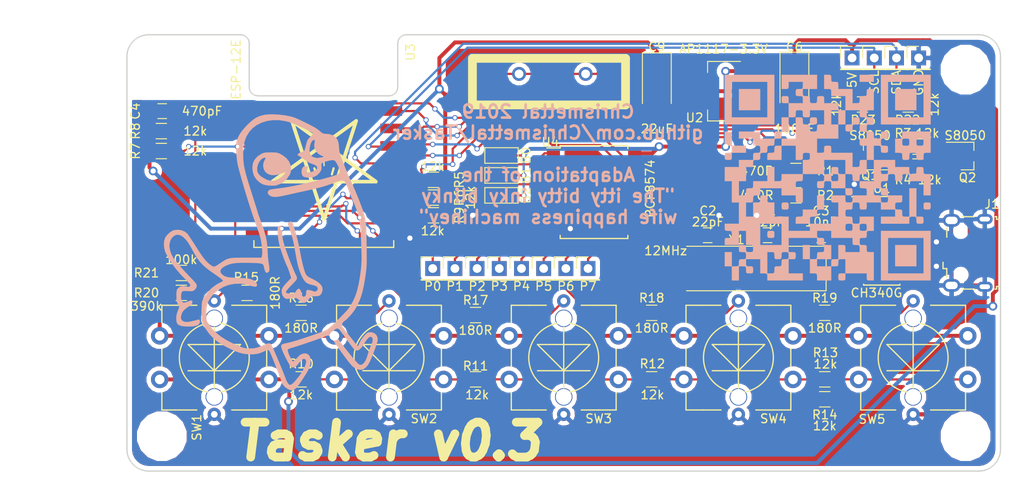
<source format=kicad_pcb>
(kicad_pcb (version 20171130) (host pcbnew "(5.0.2)-1")
  (layers (0 F.Cu signal) (31 B.Cu signal) (34 B.Paste user) (35 F.Paste user) (36 B.SilkS user) (37 F.SilkS user) (38 B.Mask user) (39 F.Mask user) (44 Edge.Cuts user))
  (net 0 "")
  (net 1 "Net-(C1-Pad1)")
  (net 2 GND)
  (net 3 "Net-(C2-Pad1)")
  (net 4 "Net-(C3-Pad2)")
  (net 5 RST)
  (net 6 +3V3)
  (net 7 +5V)
  (net 8 "Net-(J1-Pad2)")
  (net 9 "Net-(J1-Pad3)")
  (net 10 "Net-(J1-Pad4)")
  (net 11 "Net-(Q1-Pad1)")
  (net 12 "Net-(Q1-Pad2)")
  (net 13 GPIO0)
  (net 14 "Net-(Q2-Pad1)")
  (net 15 "Net-(Q2-Pad2)")
  (net 16 "Net-(R1-Pad1)")
  (net 17 RX)
  (net 18 "Net-(R2-Pad1)")
  (net 19 TX)
  (net 20 EN)
  (net 21 GPIO15)
  (net 22 "Net-(R10-Pad1)")
  (net 23 "Net-(R11-Pad1)")
  (net 24 "Net-(R12-Pad1)")
  (net 25 "Net-(R13-Pad1)")
  (net 26 D0)
  (net 27 "Net-(R15-Pad2)")
  (net 28 D4)
  (net 29 "Net-(R16-Pad2)")
  (net 30 D5)
  (net 31 "Net-(R17-Pad2)")
  (net 32 D6)
  (net 33 "Net-(R18-Pad2)")
  (net 34 D7)
  (net 35 "Net-(R19-Pad2)")
  (net 36 ADC)
  (net 37 /A_Buttons)
  (net 38 SDA)
  (net 39 SCL)
  (net 40 "Net-(U1-Pad9)")
  (net 41 "Net-(U1-Pad10)")
  (net 42 "Net-(U1-Pad11)")
  (net 43 "Net-(U1-Pad12)")
  (net 44 "Net-(U1-Pad15)")
  (net 45 "Net-(U3-Pad17)")
  (net 46 "Net-(U3-Pad18)")
  (net 47 "Net-(U3-Pad19)")
  (net 48 "Net-(U3-Pad20)")
  (net 49 "Net-(U3-Pad21)")
  (net 50 "Net-(U3-Pad22)")
  (net 51 "Net-(B0-Pad2)")
  (net 52 "Net-(B1-Pad2)")
  (net 53 "Net-(B2-Pad2)")
  (net 54 "Net-(J6-Pad1)")
  (net 55 "Net-(J7-Pad1)")
  (net 56 "Net-(J8-Pad1)")
  (net 57 "Net-(J9-Pad1)")
  (net 58 "Net-(J10-Pad1)")
  (net 59 "Net-(J11-Pad1)")
  (net 60 "Net-(J12-Pad1)")
  (net 61 "Net-(J13-Pad1)")
  (net 62 "Net-(U4-Pad13)")
  (module MeineBib:PentThin (layer F.Cu) (at 162.56 70.104)
    (fp_text reference MK6 hide)
    (fp_text value PentThin hide)
  )
  (module MeineBib:12mm_LED_pushbutton (layer F.Cu) (at 150 92 180)
    (fp_text reference SW1 (at 2 -8 90) (layer F.SilkS))
    (fp_text value SW_Push_LED)
    (pad 1 thru_hole circle (at -6.25 -2.5 180) (size 2 2) (drill 1.1) (layers *.Cu *.Mask) (net 7 +5V))
    (pad 1 thru_hole circle (at 6.25 -2.5 180) (size 2 2) (drill 1.1) (layers *.Cu *.Mask) (net 7 +5V))
    (pad 2 thru_hole circle (at -6.25 2.5 270) (size 2 2) (drill 1.1) (layers *.Cu *.Mask) (net 37 /A_Buttons))
    (pad 2 thru_hole circle (at 6.25 2.5 180) (size 2 2) (drill 1.1) (layers *.Cu *.Mask) (net 37 /A_Buttons))
    (pad "" np_thru_hole circle (at 0 4.5 180) (size 2 2) (drill 1.8) (layers *.Cu *.Mask))
    (pad "" np_thru_hole circle (at 0 -4.5 180) (size 2 2) (drill 1.8) (layers *.Cu *.Mask))
    (pad 4 thru_hole circle (at 0 6.5 180) (size 1.524 1.524) (drill 0.762) (layers *.Cu *.Mask) (net 27 "Net-(R15-Pad2)"))
    (pad 3 thru_hole circle (at 0 -6.5 180) (size 1.524 1.524) (drill 0.762) (layers *.Cu *.Mask) (net 2 GND))
  )
  (module MeineBib:12mm_LED_pushbutton (layer F.Cu) (at 170 92 180)
    (fp_text reference SW2 (at -4 -7 180) (layer F.SilkS))
    (fp_text value SW_Push_LED)
    (pad 1 thru_hole circle (at -6.25 -2.5 180) (size 2 2) (drill 1.1) (layers *.Cu *.Mask) (net 22 "Net-(R10-Pad1)"))
    (pad 1 thru_hole circle (at 6.25 -2.5 180) (size 2 2) (drill 1.1) (layers *.Cu *.Mask) (net 22 "Net-(R10-Pad1)"))
    (pad 2 thru_hole circle (at -6.25 2.5 270) (size 2 2) (drill 1.1) (layers *.Cu *.Mask) (net 37 /A_Buttons))
    (pad 2 thru_hole circle (at 6.25 2.5 180) (size 2 2) (drill 1.1) (layers *.Cu *.Mask) (net 37 /A_Buttons))
    (pad "" np_thru_hole circle (at 0 4.5 180) (size 2 2) (drill 1.8) (layers *.Cu *.Mask))
    (pad "" np_thru_hole circle (at 0 -4.5 180) (size 2 2) (drill 1.8) (layers *.Cu *.Mask))
    (pad 4 thru_hole circle (at 0 6.5 180) (size 1.524 1.524) (drill 0.762) (layers *.Cu *.Mask) (net 29 "Net-(R16-Pad2)"))
    (pad 3 thru_hole circle (at 0 -6.5 180) (size 1.524 1.524) (drill 0.762) (layers *.Cu *.Mask) (net 2 GND))
  )
  (module MeineBib:12mm_LED_pushbutton (layer F.Cu) (at 190 92 180)
    (fp_text reference SW3 (at -4 -7 180) (layer F.SilkS))
    (fp_text value SW_Push_LED)
    (pad 1 thru_hole circle (at -6.25 -2.5 180) (size 2 2) (drill 1.1) (layers *.Cu *.Mask) (net 23 "Net-(R11-Pad1)"))
    (pad 1 thru_hole circle (at 6.25 -2.5 180) (size 2 2) (drill 1.1) (layers *.Cu *.Mask) (net 23 "Net-(R11-Pad1)"))
    (pad 2 thru_hole circle (at -6.25 2.5 270) (size 2 2) (drill 1.1) (layers *.Cu *.Mask) (net 37 /A_Buttons))
    (pad 2 thru_hole circle (at 6.25 2.5 180) (size 2 2) (drill 1.1) (layers *.Cu *.Mask) (net 37 /A_Buttons))
    (pad "" np_thru_hole circle (at 0 4.5 180) (size 2 2) (drill 1.8) (layers *.Cu *.Mask))
    (pad "" np_thru_hole circle (at 0 -4.5 180) (size 2 2) (drill 1.8) (layers *.Cu *.Mask))
    (pad 4 thru_hole circle (at 0 6.5 180) (size 1.524 1.524) (drill 0.762) (layers *.Cu *.Mask) (net 31 "Net-(R17-Pad2)"))
    (pad 3 thru_hole circle (at 0 -6.5 180) (size 1.524 1.524) (drill 0.762) (layers *.Cu *.Mask) (net 2 GND))
  )
  (module MeineBib:12mm_LED_pushbutton (layer F.Cu) (at 210 92 180)
    (fp_text reference SW4 (at -4 -7 180) (layer F.SilkS))
    (fp_text value SW_Push_LED)
    (pad 1 thru_hole circle (at -6.25 -2.5 180) (size 2 2) (drill 1.1) (layers *.Cu *.Mask) (net 24 "Net-(R12-Pad1)"))
    (pad 1 thru_hole circle (at 6.25 -2.5 180) (size 2 2) (drill 1.1) (layers *.Cu *.Mask) (net 24 "Net-(R12-Pad1)"))
    (pad 2 thru_hole circle (at -6.25 2.5 270) (size 2 2) (drill 1.1) (layers *.Cu *.Mask) (net 37 /A_Buttons))
    (pad 2 thru_hole circle (at 6.25 2.5 180) (size 2 2) (drill 1.1) (layers *.Cu *.Mask) (net 37 /A_Buttons))
    (pad "" np_thru_hole circle (at 0 4.5 180) (size 2 2) (drill 1.8) (layers *.Cu *.Mask))
    (pad "" np_thru_hole circle (at 0 -4.5 180) (size 2 2) (drill 1.8) (layers *.Cu *.Mask))
    (pad 4 thru_hole circle (at 0 6.5 180) (size 1.524 1.524) (drill 0.762) (layers *.Cu *.Mask) (net 33 "Net-(R18-Pad2)"))
    (pad 3 thru_hole circle (at 0 -6.5 180) (size 1.524 1.524) (drill 0.762) (layers *.Cu *.Mask) (net 2 GND))
  )
  (module MeineBib:12mm_LED_pushbutton (layer F.Cu) (at 230 92 180)
    (fp_text reference SW5 (at 4.702 -7.06 180) (layer F.SilkS))
    (fp_text value SW_Push_LED)
    (pad 1 thru_hole circle (at -6.25 -2.5 180) (size 2 2) (drill 1.1) (layers *.Cu *.Mask) (net 25 "Net-(R13-Pad1)"))
    (pad 1 thru_hole circle (at 6.25 -2.5 180) (size 2 2) (drill 1.1) (layers *.Cu *.Mask) (net 25 "Net-(R13-Pad1)"))
    (pad 2 thru_hole circle (at -6.25 2.5 270) (size 2 2) (drill 1.1) (layers *.Cu *.Mask) (net 37 /A_Buttons))
    (pad 2 thru_hole circle (at 6.25 2.5 180) (size 2 2) (drill 1.1) (layers *.Cu *.Mask) (net 37 /A_Buttons))
    (pad "" np_thru_hole circle (at 0 4.5 180) (size 2 2) (drill 1.8) (layers *.Cu *.Mask))
    (pad "" np_thru_hole circle (at 0 -4.5 180) (size 2 2) (drill 1.8) (layers *.Cu *.Mask))
    (pad 4 thru_hole circle (at 0 6.5 180) (size 1.524 1.524) (drill 0.762) (layers *.Cu *.Mask) (net 35 "Net-(R19-Pad2)"))
    (pad 3 thru_hole circle (at 0 -6.5 180) (size 1.524 1.524) (drill 0.762) (layers *.Cu *.Mask) (net 2 GND))
  )
  (module Capacitors_SMD:C_0805_HandSoldering (layer F.Cu) (at 213.34 77.978 180)
    (fp_text reference C1 (at 0 2.794 180) (layer F.SilkS))
    (fp_text value 22pF (at -0.02 1.524 180) (layer F.SilkS))
    (pad 1 smd rect (at -1.25 0 180) (size 1.5 1.25) (layers F.Cu F.Paste F.Mask) (net 1 "Net-(C1-Pad1)"))
    (pad 2 smd rect (at 1.25 0 180) (size 1.5 1.25) (layers F.Cu F.Paste F.Mask) (net 2 GND))
  )
  (module Capacitors_SMD:C_0805_HandSoldering (layer F.Cu) (at 206.482 77.978)
    (fp_text reference C2 (at 0.02 -2.794) (layer F.SilkS))
    (fp_text value 22pF (at 0.02 -1.524) (layer F.SilkS))
    (pad 1 smd rect (at -1.25 0) (size 1.5 1.25) (layers F.Cu F.Paste F.Mask) (net 3 "Net-(C2-Pad1)"))
    (pad 2 smd rect (at 1.25 0) (size 1.5 1.25) (layers F.Cu F.Paste F.Mask) (net 2 GND))
  )
  (module Capacitors_SMD:C_0805_HandSoldering (layer F.Cu) (at 219.476 77.978)
    (fp_text reference C3 (at -0.02 -2.794) (layer F.SilkS))
    (fp_text value 10nF (at -0.02 -1.524) (layer F.SilkS))
    (pad 1 smd rect (at -1.25 0) (size 1.5 1.25) (layers F.Cu F.Paste F.Mask) (net 2 GND))
    (pad 2 smd rect (at 1.25 0) (size 1.5 1.25) (layers F.Cu F.Paste F.Mask) (net 4 "Net-(C3-Pad2)"))
  )
  (module Capacitors_SMD:C_0805_HandSoldering (layer F.Cu) (at 144.038 63.754 180)
    (fp_text reference C4 (at 3.068 0 270) (layer F.SilkS))
    (fp_text value 470pF (at -4.552 0 180) (layer F.SilkS))
    (pad 1 smd rect (at -1.25 0 180) (size 1.5 1.25) (layers F.Cu F.Paste F.Mask) (net 5 RST))
    (pad 2 smd rect (at 1.25 0 180) (size 1.5 1.25) (layers F.Cu F.Paste F.Mask) (net 2 GND))
  )
  (module Connectors_USB:USB_Micro-B_Wuerth-629105150521 (layer F.Cu) (at 236.25 80 90)
    (fp_text reference J1 (at 5.578 2.764 180) (layer F.SilkS))
    (fp_text value USB_OTG)
    (pad 1 smd rect (at -1.3 -1.9 90) (size 0.45 1.3) (layers F.Cu F.Paste F.Mask) (net 7 +5V))
    (pad 2 smd rect (at -0.65 -1.9 90) (size 0.45 1.3) (layers F.Cu F.Paste F.Mask) (net 8 "Net-(J1-Pad2)"))
    (pad 3 smd rect (at 0 -1.9 90) (size 0.45 1.3) (layers F.Cu F.Paste F.Mask) (net 9 "Net-(J1-Pad3)"))
    (pad 4 smd rect (at 0.65 -1.9 90) (size 0.45 1.3) (layers F.Cu F.Paste F.Mask) (net 10 "Net-(J1-Pad4)"))
    (pad 5 smd rect (at 1.3 -1.9 90) (size 0.45 1.3) (layers F.Cu F.Paste F.Mask) (net 2 GND))
    (pad 6 thru_hole oval (at -3.725 -1.85 90) (size 1.45 2) (drill oval 0.85 1.4) (layers *.Cu *.Mask) (net 2 GND))
    (pad 6 thru_hole oval (at 3.725 -1.85 90) (size 1.45 2) (drill oval 0.85 1.4) (layers *.Cu *.Mask) (net 2 GND))
    (pad 6 thru_hole oval (at -3.875 1.95 90) (size 1.15 1.8) (drill oval 0.55 1.2) (layers *.Cu *.Mask) (net 2 GND))
    (pad 6 thru_hole oval (at 3.875 1.95 90) (size 1.15 1.8) (drill oval 0.55 1.2) (layers *.Cu *.Mask) (net 2 GND))
    (pad "" np_thru_hole oval (at -2.5 -0.8 90) (size 0.8 0.8) (drill 0.8) (layers *.Cu *.Mask))
    (pad "" np_thru_hole oval (at 2.5 -0.8 90) (size 0.8 0.8) (drill 0.8) (layers *.Cu *.Mask))
  )
  (module TO_SOT_Packages_SMD:SOT-23_Handsoldering (layer F.Cu) (at 225.068 68.9 180)
    (fp_text reference Q1 (at 0.024 -2.22 180) (layer F.SilkS))
    (fp_text value S8050 (at 0 2.352 180) (layer F.SilkS))
    (pad 1 smd rect (at -1.5 -0.95 180) (size 1.9 0.8) (layers F.Cu F.Paste F.Mask) (net 11 "Net-(Q1-Pad1)"))
    (pad 2 smd rect (at -1.5 0.95 180) (size 1.9 0.8) (layers F.Cu F.Paste F.Mask) (net 12 "Net-(Q1-Pad2)"))
    (pad 3 smd rect (at 1.5 0 180) (size 1.9 0.8) (layers F.Cu F.Paste F.Mask) (net 13 GPIO0))
  )
  (module TO_SOT_Packages_SMD:SOT-23_Handsoldering (layer F.Cu) (at 236.196 68.9)
    (fp_text reference Q2 (at 0.024 2.474) (layer F.SilkS))
    (fp_text value S8050 (at -0.23 -2.352) (layer F.SilkS))
    (pad 1 smd rect (at -1.5 -0.95) (size 1.9 0.8) (layers F.Cu F.Paste F.Mask) (net 14 "Net-(Q2-Pad1)"))
    (pad 2 smd rect (at -1.5 0.95) (size 1.9 0.8) (layers F.Cu F.Paste F.Mask) (net 15 "Net-(Q2-Pad2)"))
    (pad 3 smd rect (at 1.5 0) (size 1.9 0.8) (layers F.Cu F.Paste F.Mask) (net 5 RST))
  )
  (module Resistors_SMD:R_0805_HandSoldering (layer F.Cu) (at 216.582 70.612 180)
    (fp_text reference R1 (at -3.382 0 180) (layer F.SilkS))
    (fp_text value 470R (at 4.492 0 180) (layer F.SilkS))
    (pad 1 smd rect (at -1.35 0 180) (size 1.5 1.3) (layers F.Cu F.Paste F.Mask) (net 16 "Net-(R1-Pad1)"))
    (pad 2 smd rect (at 1.35 0 180) (size 1.5 1.3) (layers F.Cu F.Paste F.Mask) (net 17 RX))
  )
  (module Resistors_SMD:R_0805_HandSoldering (layer F.Cu) (at 216.582 73.406 180)
    (fp_text reference R2 (at -3.382 0 180) (layer F.SilkS))
    (fp_text value 470R (at 4.492 0 180) (layer F.SilkS))
    (pad 1 smd rect (at -1.35 0 180) (size 1.5 1.3) (layers F.Cu F.Paste F.Mask) (net 18 "Net-(R2-Pad1)"))
    (pad 2 smd rect (at 1.35 0 180) (size 1.5 1.3) (layers F.Cu F.Paste F.Mask) (net 19 TX))
  )
  (module Resistors_SMD:R_0805_HandSoldering (layer F.Cu) (at 230.552 70.104)
    (fp_text reference R3 (at -1.698 -3.81) (layer F.SilkS))
    (fp_text value 12k (at 1.35 1.524) (layer F.SilkS))
    (pad 1 smd rect (at -1.35 0) (size 1.5 1.3) (layers F.Cu F.Paste F.Mask) (net 11 "Net-(Q1-Pad1)"))
    (pad 2 smd rect (at 1.35 0) (size 1.5 1.3) (layers F.Cu F.Paste F.Mask) (net 15 "Net-(Q2-Pad2)"))
  )
  (module Resistors_SMD:R_0805_HandSoldering (layer F.Cu) (at 230.552 67.818 180)
    (fp_text reference R4 (at 1.698 -3.81 180) (layer F.SilkS))
    (fp_text value 12k (at -1.096 1.524 180) (layer F.SilkS))
    (pad 1 smd rect (at -1.35 0 180) (size 1.5 1.3) (layers F.Cu F.Paste F.Mask) (net 14 "Net-(Q2-Pad1)"))
    (pad 2 smd rect (at 1.35 0 180) (size 1.5 1.3) (layers F.Cu F.Paste F.Mask) (net 12 "Net-(Q1-Pad2)"))
  )
  (module Resistors_SMD:R_0805_HandSoldering (layer F.Cu) (at 175.086 71.628)
    (fp_text reference R5 (at 2.968 0 90) (layer F.SilkS))
    (fp_text value 12k (at -0.08 -1.524 180) (layer F.SilkS))
    (pad 1 smd rect (at -1.35 0) (size 1.5 1.3) (layers F.Cu F.Paste F.Mask) (net 13 GPIO0))
    (pad 2 smd rect (at 1.35 0) (size 1.5 1.3) (layers F.Cu F.Paste F.Mask) (net 6 +3V3))
  )
  (module Resistors_SMD:R_0805_HandSoldering (layer F.Cu) (at 175.086 73.66)
    (fp_text reference R6 (at 2.968 0 90) (layer F.SilkS))
    (fp_text value 12k (at -0.08 3.81 180) (layer F.SilkS))
    (pad 1 smd rect (at -1.35 0) (size 1.5 1.3) (layers F.Cu F.Paste F.Mask) (net 28 D4))
    (pad 2 smd rect (at 1.35 0) (size 1.5 1.3) (layers F.Cu F.Paste F.Mask) (net 6 +3V3))
  )
  (module Resistors_SMD:R_0805_HandSoldering (layer F.Cu) (at 143.938 68.326 180)
    (fp_text reference R7 (at 2.968 0 270) (layer F.SilkS))
    (fp_text value 12k (at -3.89 0 180) (layer F.SilkS))
    (pad 1 smd rect (at -1.35 0 180) (size 1.5 1.3) (layers F.Cu F.Paste F.Mask) (net 20 EN))
    (pad 2 smd rect (at 1.35 0 180) (size 1.5 1.3) (layers F.Cu F.Paste F.Mask) (net 6 +3V3))
  )
  (module Resistors_SMD:R_0805_HandSoldering (layer F.Cu) (at 143.938 66.04 180)
    (fp_text reference R8 (at 2.968 0 270) (layer F.SilkS))
    (fp_text value 12k (at -3.89 0 180) (layer F.SilkS))
    (pad 1 smd rect (at -1.35 0 180) (size 1.5 1.3) (layers F.Cu F.Paste F.Mask) (net 5 RST))
    (pad 2 smd rect (at 1.35 0 180) (size 1.5 1.3) (layers F.Cu F.Paste F.Mask) (net 6 +3V3))
  )
  (module Resistors_SMD:R_0805_HandSoldering (layer F.Cu) (at 175.086 75.692)
    (fp_text reference R9 (at 2.968 0 90) (layer F.SilkS))
    (fp_text value 12k (at 4.238 -2.032 90) (layer F.SilkS))
    (pad 1 smd rect (at -1.35 0) (size 1.5 1.3) (layers F.Cu F.Paste F.Mask) (net 21 GPIO15))
    (pad 2 smd rect (at 1.35 0) (size 1.5 1.3) (layers F.Cu F.Paste F.Mask) (net 2 GND))
  )
  (module Resistors_SMD:R_0805_HandSoldering (layer F.Cu) (at 159.94 94.488 180)
    (fp_text reference R10 (at 0 1.778 180) (layer F.SilkS))
    (fp_text value 12k (at 0 -1.778 180) (layer F.SilkS))
    (pad 1 smd rect (at -1.35 0 180) (size 1.5 1.3) (layers F.Cu F.Paste F.Mask) (net 22 "Net-(R10-Pad1)"))
    (pad 2 smd rect (at 1.35 0 180) (size 1.5 1.3) (layers F.Cu F.Paste F.Mask) (net 7 +5V))
  )
  (module Resistors_SMD:R_0805_HandSoldering (layer F.Cu) (at 179.912 94.488 180)
    (fp_text reference R11 (at 0 1.524 180) (layer F.SilkS))
    (fp_text value 12k (at -0.174 -1.778 180) (layer F.SilkS))
    (pad 1 smd rect (at -1.35 0 180) (size 1.5 1.3) (layers F.Cu F.Paste F.Mask) (net 23 "Net-(R11-Pad1)"))
    (pad 2 smd rect (at 1.35 0 180) (size 1.5 1.3) (layers F.Cu F.Paste F.Mask) (net 22 "Net-(R10-Pad1)"))
  )
  (module Resistors_SMD:R_0805_HandSoldering (layer F.Cu) (at 200.072 94.488 180)
    (fp_text reference R12 (at -0.08 1.778 180) (layer F.SilkS))
    (fp_text value 12k (at -0.08 -1.778 180) (layer F.SilkS))
    (pad 1 smd rect (at -1.35 0 180) (size 1.5 1.3) (layers F.Cu F.Paste F.Mask) (net 24 "Net-(R12-Pad1)"))
    (pad 2 smd rect (at 1.35 0 180) (size 1.5 1.3) (layers F.Cu F.Paste F.Mask) (net 23 "Net-(R11-Pad1)"))
  )
  (module Resistors_SMD:R_0805_HandSoldering (layer F.Cu) (at 219.884 94.488 180)
    (fp_text reference R13 (at -0.08 3.048 180) (layer F.SilkS))
    (fp_text value 12k (at -0.08 1.75 180) (layer F.SilkS))
    (pad 1 smd rect (at -1.35 0 180) (size 1.5 1.3) (layers F.Cu F.Paste F.Mask) (net 25 "Net-(R13-Pad1)"))
    (pad 2 smd rect (at 1.35 0 180) (size 1.5 1.3) (layers F.Cu F.Paste F.Mask) (net 24 "Net-(R12-Pad1)"))
  )
  (module Resistors_SMD:R_0805_HandSoldering (layer F.Cu) (at 219.884 96.774)
    (fp_text reference R14 (at 0 1.778) (layer F.SilkS))
    (fp_text value 12k (at 0 3.048) (layer F.SilkS))
    (pad 1 smd rect (at -1.35 0) (size 1.5 1.3) (layers F.Cu F.Paste F.Mask) (net 2 GND))
    (pad 2 smd rect (at 1.35 0) (size 1.5 1.3) (layers F.Cu F.Paste F.Mask) (net 25 "Net-(R13-Pad1)"))
  )
  (module Resistors_SMD:R_0805_HandSoldering (layer F.Cu) (at 153.75 84.582 180)
    (fp_text reference R15 (at 0.08 1.778 180) (layer F.SilkS))
    (fp_text value 180R (at -3.222 0 270) (layer F.SilkS))
    (pad 1 smd rect (at -1.35 0 180) (size 1.5 1.3) (layers F.Cu F.Paste F.Mask) (net 26 D0))
    (pad 2 smd rect (at 1.35 0 180) (size 1.5 1.3) (layers F.Cu F.Paste F.Mask) (net 27 "Net-(R15-Pad2)"))
  )
  (module Resistors_SMD:R_0805_HandSoldering (layer F.Cu) (at 159.94 86.868)
    (fp_text reference R16 (at 0 -1.7) (layer F.SilkS))
    (fp_text value 180R (at 0 1.75) (layer F.SilkS))
    (pad 1 smd rect (at -1.35 0) (size 1.5 1.3) (layers F.Cu F.Paste F.Mask) (net 28 D4))
    (pad 2 smd rect (at 1.35 0) (size 1.5 1.3) (layers F.Cu F.Paste F.Mask) (net 29 "Net-(R16-Pad2)"))
  )
  (module Resistors_SMD:R_0805_HandSoldering (layer F.Cu) (at 179.912 87.122)
    (fp_text reference R17 (at 0 -1.7) (layer F.SilkS))
    (fp_text value 180R (at 0 1.75) (layer F.SilkS))
    (pad 1 smd rect (at -1.35 0) (size 1.5 1.3) (layers F.Cu F.Paste F.Mask) (net 30 D5))
    (pad 2 smd rect (at 1.35 0) (size 1.5 1.3) (layers F.Cu F.Paste F.Mask) (net 31 "Net-(R17-Pad2)"))
  )
  (module Resistors_SMD:R_0805_HandSoldering (layer F.Cu) (at 200.072 86.868)
    (fp_text reference R18 (at 0 -1.7) (layer F.SilkS))
    (fp_text value 180R (at 0 1.75) (layer F.SilkS))
    (pad 1 smd rect (at -1.35 0) (size 1.5 1.3) (layers F.Cu F.Paste F.Mask) (net 32 D6))
    (pad 2 smd rect (at 1.35 0) (size 1.5 1.3) (layers F.Cu F.Paste F.Mask) (net 33 "Net-(R18-Pad2)"))
  )
  (module Resistors_SMD:R_0805_HandSoldering (layer F.Cu) (at 219.884 86.868)
    (fp_text reference R19 (at 0 -1.7) (layer F.SilkS))
    (fp_text value 180R (at 0 1.75) (layer F.SilkS))
    (pad 1 smd rect (at -1.35 0) (size 1.5 1.3) (layers F.Cu F.Paste F.Mask) (net 34 D7))
    (pad 2 smd rect (at 1.35 0) (size 1.5 1.3) (layers F.Cu F.Paste F.Mask) (net 35 "Net-(R19-Pad2)"))
  )
  (module Resistors_SMD:R_0805_HandSoldering (layer F.Cu) (at 146.224 84.582 180)
    (fp_text reference R20 (at 3.984 0 180) (layer F.SilkS))
    (fp_text value 390k (at 3.984 -1.524 180) (layer F.SilkS))
    (pad 1 smd rect (at -1.35 0 180) (size 1.5 1.3) (layers F.Cu F.Paste F.Mask) (net 36 ADC))
    (pad 2 smd rect (at 1.35 0 180) (size 1.5 1.3) (layers F.Cu F.Paste F.Mask) (net 37 /A_Buttons))
  )
  (module Resistors_SMD:R_0805_HandSoldering (layer F.Cu) (at 146.224 82.296)
    (fp_text reference R21 (at -3.984 0) (layer F.SilkS))
    (fp_text value 100k (at 0 -1.524) (layer F.SilkS))
    (pad 1 smd rect (at -1.35 0) (size 1.5 1.3) (layers F.Cu F.Paste F.Mask) (net 2 GND))
    (pad 2 smd rect (at 1.35 0) (size 1.5 1.3) (layers F.Cu F.Paste F.Mask) (net 36 ADC))
  )
  (module Resistors_SMD:R_0805_HandSoldering (layer F.Cu) (at 229.442 62.992 180)
    (fp_text reference R22 (at 0.08 -1.778) (layer F.SilkS))
    (fp_text value 12k (at -2.968 0 270) (layer F.SilkS))
    (pad 1 smd rect (at -1.35 0 180) (size 1.5 1.3) (layers F.Cu F.Paste F.Mask) (net 6 +3V3))
    (pad 2 smd rect (at 1.35 0 180) (size 1.5 1.3) (layers F.Cu F.Paste F.Mask) (net 38 SDA))
  )
  (module Resistors_SMD:R_0805_HandSoldering (layer F.Cu) (at 224.202 62.992)
    (fp_text reference R23 (at 0.08 1.778 180) (layer F.SilkS))
    (fp_text value 12k (at -2.968 0 90) (layer F.SilkS))
    (pad 1 smd rect (at -1.35 0) (size 1.5 1.3) (layers F.Cu F.Paste F.Mask) (net 6 +3V3))
    (pad 2 smd rect (at 1.35 0) (size 1.5 1.3) (layers F.Cu F.Paste F.Mask) (net 39 SCL))
  )
  (module Housings_SOIC:SOIC-16_3.9x9.9mm_Pitch1.27mm (layer F.Cu) (at 226.408 78.613)
    (fp_text reference U1 (at 0 -6) (layer F.SilkS))
    (fp_text value CH340G (at -0.602 5.969) (layer F.SilkS))
    (pad 1 smd rect (at -2.7 -4.445) (size 1.5 0.6) (layers F.Cu F.Paste F.Mask) (net 2 GND))
    (pad 2 smd rect (at -2.7 -3.175) (size 1.5 0.6) (layers F.Cu F.Paste F.Mask) (net 16 "Net-(R1-Pad1)"))
    (pad 3 smd rect (at -2.7 -1.905) (size 1.5 0.6) (layers F.Cu F.Paste F.Mask) (net 18 "Net-(R2-Pad1)"))
    (pad 4 smd rect (at -2.7 -0.635) (size 1.5 0.6) (layers F.Cu F.Paste F.Mask) (net 4 "Net-(C3-Pad2)"))
    (pad 5 smd rect (at -2.7 0.635) (size 1.5 0.6) (layers F.Cu F.Paste F.Mask) (net 9 "Net-(J1-Pad3)"))
    (pad 6 smd rect (at -2.7 1.905) (size 1.5 0.6) (layers F.Cu F.Paste F.Mask) (net 8 "Net-(J1-Pad2)"))
    (pad 7 smd rect (at -2.7 3.175) (size 1.5 0.6) (layers F.Cu F.Paste F.Mask) (net 1 "Net-(C1-Pad1)"))
    (pad 8 smd rect (at -2.7 4.445) (size 1.5 0.6) (layers F.Cu F.Paste F.Mask) (net 3 "Net-(C2-Pad1)"))
    (pad 9 smd rect (at 2.7 4.445) (size 1.5 0.6) (layers F.Cu F.Paste F.Mask) (net 40 "Net-(U1-Pad9)"))
    (pad 10 smd rect (at 2.7 3.175) (size 1.5 0.6) (layers F.Cu F.Paste F.Mask) (net 41 "Net-(U1-Pad10)"))
    (pad 11 smd rect (at 2.7 1.905) (size 1.5 0.6) (layers F.Cu F.Paste F.Mask) (net 42 "Net-(U1-Pad11)"))
    (pad 12 smd rect (at 2.7 0.635) (size 1.5 0.6) (layers F.Cu F.Paste F.Mask) (net 43 "Net-(U1-Pad12)"))
    (pad 13 smd rect (at 2.7 -0.635) (size 1.5 0.6) (layers F.Cu F.Paste F.Mask) (net 12 "Net-(Q1-Pad2)"))
    (pad 14 smd rect (at 2.7 -1.905) (size 1.5 0.6) (layers F.Cu F.Paste F.Mask) (net 15 "Net-(Q2-Pad2)"))
    (pad 15 smd rect (at 2.7 -3.175) (size 1.5 0.6) (layers F.Cu F.Paste F.Mask) (net 44 "Net-(U1-Pad15)"))
    (pad 16 smd rect (at 2.7 -4.445) (size 1.5 0.6) (layers F.Cu F.Paste F.Mask) (net 7 +5V))
  )
  (module ESP8266:ESP-12E_SMD (layer F.Cu) (at 155.554 63.74)
    (fp_text reference U3 (at 16.912 -6.74 90) (layer F.SilkS))
    (fp_text value ESP-12E (at -3.054 -4.74 90) (layer F.SilkS))
    (pad 1 smd rect (at 0 0) (size 2.5 1.1) (drill (offset -0.7 0)) (layers F.Cu F.Paste F.Mask) (net 5 RST))
    (pad 2 smd rect (at 0 2) (size 2.5 1.1) (drill (offset -0.7 0)) (layers F.Cu F.Paste F.Mask) (net 36 ADC))
    (pad 3 smd rect (at 0 4) (size 2.5 1.1) (drill (offset -0.7 0)) (layers F.Cu F.Paste F.Mask) (net 20 EN))
    (pad 4 smd rect (at 0 6) (size 2.5 1.1) (drill (offset -0.7 0)) (layers F.Cu F.Paste F.Mask) (net 26 D0))
    (pad 5 smd rect (at 0 8) (size 2.5 1.1) (drill (offset -0.7 0)) (layers F.Cu F.Paste F.Mask) (net 30 D5))
    (pad 6 smd rect (at 0 10) (size 2.5 1.1) (drill (offset -0.7 0)) (layers F.Cu F.Paste F.Mask) (net 32 D6))
    (pad 7 smd rect (at 0 12) (size 2.5 1.1) (drill (offset -0.7 0)) (layers F.Cu F.Paste F.Mask) (net 34 D7))
    (pad 8 smd rect (at 0 14) (size 2.5 1.1) (drill (offset -0.7 0)) (layers F.Cu F.Paste F.Mask) (net 6 +3V3))
    (pad 9 smd rect (at 14 14) (size 2.5 1.1) (drill (offset 0.7 0)) (layers F.Cu F.Paste F.Mask) (net 2 GND))
    (pad 10 smd rect (at 14 12) (size 2.5 1.1) (drill (offset 0.7 0)) (layers F.Cu F.Paste F.Mask) (net 21 GPIO15))
    (pad 11 smd rect (at 14 10) (size 2.5 1.1) (drill (offset 0.7 0)) (layers F.Cu F.Paste F.Mask) (net 28 D4))
    (pad 12 smd rect (at 14 8) (size 2.5 1.1) (drill (offset 0.7 0)) (layers F.Cu F.Paste F.Mask) (net 13 GPIO0))
    (pad 13 smd rect (at 14 6) (size 2.5 1.1) (drill (offset 0.7 0)) (layers F.Cu F.Paste F.Mask) (net 38 SDA))
    (pad 14 smd rect (at 14 4) (size 2.5 1.1) (drill (offset 0.7 0)) (layers F.Cu F.Paste F.Mask) (net 39 SCL))
    (pad 15 smd rect (at 14 2) (size 2.5 1.1) (drill (offset 0.7 0)) (layers F.Cu F.Paste F.Mask) (net 17 RX))
    (pad 16 smd rect (at 14 0) (size 2.5 1.1) (drill (offset 0.7 0)) (layers F.Cu F.Paste F.Mask) (net 19 TX))
    (pad 17 smd rect (at 1.99 15 90) (size 2.5 1.1) (drill (offset -0.7 0)) (layers F.Cu F.Paste F.Mask) (net 45 "Net-(U3-Pad17)"))
    (pad 18 smd rect (at 3.99 15 90) (size 2.5 1.1) (drill (offset -0.7 0)) (layers F.Cu F.Paste F.Mask) (net 46 "Net-(U3-Pad18)"))
    (pad 19 smd rect (at 5.99 15 90) (size 2.5 1.1) (drill (offset -0.7 0)) (layers F.Cu F.Paste F.Mask) (net 47 "Net-(U3-Pad19)"))
    (pad 20 smd rect (at 7.99 15 90) (size 2.5 1.1) (drill (offset -0.7 0)) (layers F.Cu F.Paste F.Mask) (net 48 "Net-(U3-Pad20)"))
    (pad 21 smd rect (at 9.99 15 90) (size 2.5 1.1) (drill (offset -0.7 0)) (layers F.Cu F.Paste F.Mask) (net 49 "Net-(U3-Pad21)"))
    (pad 22 smd rect (at 11.99 15 90) (size 2.5 1.1) (drill (offset -0.7 0)) (layers F.Cu F.Paste F.Mask) (net 50 "Net-(U3-Pad22)"))
  )
  (module Crystals:Crystal_SMD_HC49-SD_HandSoldering (layer F.Cu) (at 209.9625 81.788 180)
    (fp_text reference Y1 (at 0.1585 3.302 180) (layer F.SilkS))
    (fp_text value 12MHz (at 8.2865 2.032 180) (layer F.SilkS))
    (pad 1 smd rect (at -5.9375 0 180) (size 7.875 2) (layers F.Cu F.Paste F.Mask) (net 1 "Net-(C1-Pad1)"))
    (pad 2 smd rect (at 5.9375 0 180) (size 7.875 2) (layers F.Cu F.Paste F.Mask) (net 3 "Net-(C2-Pad1)"))
  )
  (module Socket_Strips:Socket_Strip_Straight_1x01_Pitch2.54mm (layer F.Cu) (at 223.012 57.658)
    (fp_text reference J2 hide)
    (fp_text value 5V (at 0 2.54 90) (layer F.SilkS))
    (pad 1 thru_hole rect (at 0 0) (size 1.7 1.7) (drill 1) (layers *.Cu *.Mask) (net 7 +5V))
  )
  (module Socket_Strips:Socket_Strip_Straight_1x01_Pitch2.54mm (layer F.Cu) (at 225.552 57.658)
    (fp_text reference J3 hide)
    (fp_text value SCL (at 0 2.794 90) (layer F.SilkS))
    (pad 1 thru_hole rect (at 0 0) (size 1.7 1.7) (drill 1) (layers *.Cu *.Mask) (net 39 SCL))
  )
  (module Socket_Strips:Socket_Strip_Straight_1x01_Pitch2.54mm (layer F.Cu) (at 228.092 57.658)
    (fp_text reference J4 hide)
    (fp_text value SDA (at 0 2.794 90) (layer F.SilkS))
    (pad 1 thru_hole rect (at 0 0) (size 1.7 1.7) (drill 1) (layers *.Cu *.Mask) (net 38 SDA))
  )
  (module Socket_Strips:Socket_Strip_Straight_1x01_Pitch2.54mm (layer F.Cu) (at 230.632 57.658)
    (fp_text reference J5 hide)
    (fp_text value GND (at 0 2.794 90) (layer F.SilkS))
    (pad 1 thru_hole rect (at 0 0) (size 1.7 1.7) (drill 1) (layers *.Cu *.Mask) (net 2 GND))
  )
  (module TO_SOT_Packages_SMD:SOT-223-3_TabPin2 (layer F.Cu) (at 208.382 61.468 180)
    (fp_text reference U2 (at 3.404 -3.048 180) (layer F.SilkS))
    (fp_text value AP1117-3.3V (at 0.102 4.826 180) (layer F.SilkS))
    (pad 2 smd rect (at 3.15 0 180) (size 2 3.8) (layers F.Cu F.Paste F.Mask) (net 6 +3V3))
    (pad 2 smd rect (at -3.15 0 180) (size 2 1.5) (layers F.Cu F.Paste F.Mask) (net 6 +3V3))
    (pad 3 smd rect (at -3.15 2.3 180) (size 2 1.5) (layers F.Cu F.Paste F.Mask) (net 7 +5V))
    (pad 1 smd rect (at -3.15 -2.3 180) (size 2 1.5) (layers F.Cu F.Paste F.Mask) (net 2 GND))
  )
  (module MeineBib:QR_Tasker (layer B.Cu) (at 220.218 71.374 180)
    (fp_text reference MK5 hide)
    (fp_text value "QR Code" hide)
  )
  (module Connectors:GS3 (layer F.Cu) (at 182.88 68.834 270)
    (fp_text reference B0 (at 0 -2.794 90) (layer F.SilkS))
    (fp_text value GS3)
    (pad 1 smd rect (at 0 -1.27 270) (size 1.27 0.97) (layers F.Cu F.Paste F.Mask) (net 7 +5V))
    (pad 2 smd rect (at 0 0 270) (size 1.27 0.97) (layers F.Cu F.Paste F.Mask) (net 51 "Net-(B0-Pad2)"))
    (pad 3 smd rect (at 0 1.27 270) (size 1.27 0.97) (layers F.Cu F.Paste F.Mask) (net 2 GND))
  )
  (module Connectors:GS3 (layer F.Cu) (at 182.88 71.12 270)
    (fp_text reference B1 (at 0 -2.794 90) (layer F.SilkS))
    (fp_text value GS3)
    (pad 1 smd rect (at 0 -1.27 270) (size 1.27 0.97) (layers F.Cu F.Paste F.Mask) (net 7 +5V))
    (pad 2 smd rect (at 0 0 270) (size 1.27 0.97) (layers F.Cu F.Paste F.Mask) (net 52 "Net-(B1-Pad2)"))
    (pad 3 smd rect (at 0 1.27 270) (size 1.27 0.97) (layers F.Cu F.Paste F.Mask) (net 2 GND))
  )
  (module Connectors:GS3 (layer F.Cu) (at 182.88 73.406 270)
    (fp_text reference B2 (at 0 -2.794 90) (layer F.SilkS))
    (fp_text value GS3)
    (pad 1 smd rect (at 0 -1.27 270) (size 1.27 0.97) (layers F.Cu F.Paste F.Mask) (net 7 +5V))
    (pad 2 smd rect (at 0 0 270) (size 1.27 0.97) (layers F.Cu F.Paste F.Mask) (net 53 "Net-(B2-Pad2)"))
    (pad 3 smd rect (at 0 1.27 270) (size 1.27 0.97) (layers F.Cu F.Paste F.Mask) (net 2 GND))
  )
  (module Socket_Strips:Socket_Strip_Straight_1x01_Pitch2.54mm (layer F.Cu) (at 175.006 81.788)
    (fp_text reference J6 hide)
    (fp_text value P0 (at 0 2.032) (layer F.SilkS))
    (pad 1 thru_hole rect (at 0 0) (size 1.7 1.7) (drill 1) (layers *.Cu *.Mask) (net 54 "Net-(J6-Pad1)"))
  )
  (module Socket_Strips:Socket_Strip_Straight_1x01_Pitch2.54mm (layer F.Cu) (at 177.546 81.788)
    (fp_text reference J7 hide)
    (fp_text value P1 (at 0 2.032) (layer F.SilkS))
    (pad 1 thru_hole rect (at 0 0) (size 1.7 1.7) (drill 1) (layers *.Cu *.Mask) (net 55 "Net-(J7-Pad1)"))
  )
  (module Socket_Strips:Socket_Strip_Straight_1x01_Pitch2.54mm (layer F.Cu) (at 180.086 81.788)
    (fp_text reference J8 hide)
    (fp_text value P2 (at 0 2.032) (layer F.SilkS))
    (pad 1 thru_hole rect (at 0 0) (size 1.7 1.7) (drill 1) (layers *.Cu *.Mask) (net 56 "Net-(J8-Pad1)"))
  )
  (module Socket_Strips:Socket_Strip_Straight_1x01_Pitch2.54mm (layer F.Cu) (at 182.626 81.788)
    (fp_text reference J9 hide)
    (fp_text value P3 (at 0 2.032) (layer F.SilkS))
    (pad 1 thru_hole rect (at 0 0) (size 1.7 1.7) (drill 1) (layers *.Cu *.Mask) (net 57 "Net-(J9-Pad1)"))
  )
  (module Socket_Strips:Socket_Strip_Straight_1x01_Pitch2.54mm (layer F.Cu) (at 185.166 81.788)
    (fp_text reference J10 hide)
    (fp_text value P4 (at 0 2.032) (layer F.SilkS))
    (pad 1 thru_hole rect (at 0 0) (size 1.7 1.7) (drill 1) (layers *.Cu *.Mask) (net 58 "Net-(J10-Pad1)"))
  )
  (module Socket_Strips:Socket_Strip_Straight_1x01_Pitch2.54mm (layer F.Cu) (at 187.706 81.788)
    (fp_text reference J11 hide)
    (fp_text value P5 (at 0 2.032) (layer F.SilkS))
    (pad 1 thru_hole rect (at 0 0) (size 1.7 1.7) (drill 1) (layers *.Cu *.Mask) (net 59 "Net-(J11-Pad1)"))
  )
  (module Socket_Strips:Socket_Strip_Straight_1x01_Pitch2.54mm (layer F.Cu) (at 190.246 81.788)
    (fp_text reference J12 hide)
    (fp_text value P6 (at 0 2.032) (layer F.SilkS))
    (pad 1 thru_hole rect (at 0 0) (size 1.7 1.7) (drill 1) (layers *.Cu *.Mask) (net 60 "Net-(J12-Pad1)"))
  )
  (module Socket_Strips:Socket_Strip_Straight_1x01_Pitch2.54mm (layer F.Cu) (at 192.786 81.788)
    (fp_text reference J13 hide)
    (fp_text value P7 (at 0 2.032) (layer F.SilkS))
    (pad 1 thru_hole rect (at 0 0) (size 1.7 1.7) (drill 1) (layers *.Cu *.Mask) (net 61 "Net-(J13-Pad1)"))
  )
  (module Housings_SOIC:SOIC-16W_7.5x10.3mm_Pitch1.27mm (layer F.Cu) (at 193.47 73.025)
    (fp_text reference U4 (at -5.002 -5.715) (layer F.SilkS))
    (fp_text value PCF8574 (at 6.428 -0.381 90) (layer F.SilkS))
    (pad 1 smd rect (at -4.65 -4.445) (size 1.5 0.6) (layers F.Cu F.Paste F.Mask) (net 51 "Net-(B0-Pad2)"))
    (pad 2 smd rect (at -4.65 -3.175) (size 1.5 0.6) (layers F.Cu F.Paste F.Mask) (net 52 "Net-(B1-Pad2)"))
    (pad 3 smd rect (at -4.65 -1.905) (size 1.5 0.6) (layers F.Cu F.Paste F.Mask) (net 53 "Net-(B2-Pad2)"))
    (pad 4 smd rect (at -4.65 -0.635) (size 1.5 0.6) (layers F.Cu F.Paste F.Mask) (net 54 "Net-(J6-Pad1)"))
    (pad 5 smd rect (at -4.65 0.635) (size 1.5 0.6) (layers F.Cu F.Paste F.Mask) (net 55 "Net-(J7-Pad1)"))
    (pad 6 smd rect (at -4.65 1.905) (size 1.5 0.6) (layers F.Cu F.Paste F.Mask) (net 56 "Net-(J8-Pad1)"))
    (pad 7 smd rect (at -4.65 3.175) (size 1.5 0.6) (layers F.Cu F.Paste F.Mask) (net 57 "Net-(J9-Pad1)"))
    (pad 8 smd rect (at -4.65 4.445) (size 1.5 0.6) (layers F.Cu F.Paste F.Mask) (net 2 GND))
    (pad 9 smd rect (at 4.65 4.445) (size 1.5 0.6) (layers F.Cu F.Paste F.Mask) (net 58 "Net-(J10-Pad1)"))
    (pad 10 smd rect (at 4.65 3.175) (size 1.5 0.6) (layers F.Cu F.Paste F.Mask) (net 59 "Net-(J11-Pad1)"))
    (pad 11 smd rect (at 4.65 1.905) (size 1.5 0.6) (layers F.Cu F.Paste F.Mask) (net 60 "Net-(J12-Pad1)"))
    (pad 12 smd rect (at 4.65 0.635) (size 1.5 0.6) (layers F.Cu F.Paste F.Mask) (net 61 "Net-(J13-Pad1)"))
    (pad 13 smd rect (at 4.65 -0.635) (size 1.5 0.6) (layers F.Cu F.Paste F.Mask) (net 62 "Net-(U4-Pad13)"))
    (pad 14 smd rect (at 4.65 -1.905) (size 1.5 0.6) (layers F.Cu F.Paste F.Mask) (net 39 SCL))
    (pad 15 smd rect (at 4.65 -3.175) (size 1.5 0.6) (layers F.Cu F.Paste F.Mask) (net 38 SDA))
    (pad 16 smd rect (at 4.65 -4.445) (size 1.5 0.6) (layers F.Cu F.Paste F.Mask) (net 7 +5V))
  )
  (module MeineBib:EigenesMountingHole_2.7mm_M2.5 (layer F.Cu) (at 236 101)
    (fp_text reference MK1 hide)
    (fp_text value Mounting_Hole)
    (pad "" np_thru_hole circle (at 0 0) (size 2.7 2.7) (drill 2.7) (layers *.Cu *.Mask) (clearance 1.5))
  )
  (module MeineBib:EigenesMountingHole_2.7mm_M2.5 (layer F.Cu) (at 144 101)
    (fp_text reference MK2 hide)
    (fp_text value Mounting_Hole)
    (pad "" np_thru_hole circle (at 0 0) (size 2.7 2.7) (drill 2.7) (layers *.Cu *.Mask) (clearance 1.5))
  )
  (module MeineBib:EigenesMountingHole_2.7mm_M2.5 (layer F.Cu) (at 236 59)
    (fp_text reference MK3 hide)
    (fp_text value Mounting_Hole)
    (pad "" np_thru_hole circle (at 0 0) (size 2.7 2.7) (drill 2.7) (layers *.Cu *.Mask) (clearance 1.5))
  )
  (module MeineBib:EigenesMountingHole_2.7mm_M2.5 (layer F.Cu) (at 144 59)
    (fp_text reference MK4 hide)
    (fp_text value Mounting_Hole)
    (pad "" np_thru_hole circle (at 0 0) (size 2.7 2.7) (drill 2.7) (layers *.Cu *.Mask) (clearance 1.5))
  )
  (module Capacitors_Tantalum_SMD:CP_Tantalum_Case-B_EIA-3528-21_Hand (layer F.Cu) (at 216.408 61.046 270)
    (fp_text reference C6 (at -4.658 0) (layer F.SilkS))
    (fp_text value 100uF (at 4.74 0) (layer F.SilkS))
    (pad 1 smd rect (at -2.15 0 270) (size 3.2 2.5) (layers F.Cu F.Paste F.Mask) (net 7 +5V))
    (pad 2 smd rect (at 2.15 0 270) (size 3.2 2.5) (layers F.Cu F.Paste F.Mask) (net 2 GND))
  )
  (module Capacitors_Tantalum_SMD:CP_Tantalum_Case-B_EIA-3528-21_Hand (layer F.Cu) (at 200.66 61.128 270)
    (fp_text reference C9 (at -4.74 0) (layer F.SilkS))
    (fp_text value 22uF (at 4.658 0) (layer F.SilkS))
    (pad 1 smd rect (at -2.15 0 270) (size 3.2 2.5) (layers F.Cu F.Paste F.Mask) (net 6 +3V3))
    (pad 2 smd rect (at 2.15 0 270) (size 3.2 2.5) (layers F.Cu F.Paste F.Mask) (net 2 GND))
  )
  (module MeineBib:Dickbutt (layer B.Cu) (at 156.464 79.883 180)
    (fp_text reference MK7 hide)
    (fp_text value DickButt hide)
  )
  (module MeineBib:Binary_6_v0.1 (layer F.Cu) (at 188.722 60.452)
    (fp_text reference H7 hide)
    (fp_text value Symbol_Binary6)
    (fp_text user Binary_6 (at -2.5654 0.8128) (layer F.Cu) (effects (font (size 1.2 1.2) (thickness 0.2))))
    (fp_line (start 3.5306 1.8288) (end -8.9408 1.8288) (layer F.Cu) (width 0.25))
    (fp_line (start 6.5786 -1.2192) (end 3.5306 1.8288) (layer F.Cu) (width 0.25))
    (fp_line (start 8.128 -1.2192) (end 6.5786 -1.2192) (layer F.Cu) (width 0.25))
    (fp_line (start -5.6134 -0.9652) (end -8.4074 1.8288) (layer F.Cu) (width 0.25))
    (fp_line (start -3.8354 -0.9652) (end -5.6134 -0.9652) (layer F.Cu) (width 0.25))
    (fp_line (start 6.0706 -1.9812) (end 8.0772 -1.9812) (layer F.Cu) (width 0.25))
    (fp_line (start 5.0546 -0.9652) (end 6.0706 -1.9812) (layer F.Cu) (width 0.25))
    (fp_line (start 3.7846 -0.9652) (end 5.0546 -0.9652) (layer F.Cu) (width 0.25))
    (fp_line (start 1.2446 -0.9652) (end 3.7846 -0.9652) (layer F.Cu) (width 0.25))
    (fp_line (start -3.8354 -0.9652) (end -1.2954 -0.9652) (layer F.Cu) (width 0.25))
    (pad "" smd roundrect (at 0.8446 -0.9652) (size 0.9 1.8) (layers F.Cu F.Paste F.Mask))
    (pad "" smd roundrect (at -0.8954 -0.9652) (size 0.9 1.8) (layers F.Cu F.Paste F.Mask))
    (pad 1 thru_hole oval (at 3.7846 -0.9652) (size 1.6 1.6) (drill 1) (layers *.Cu *.Mask))
    (pad 2 thru_hole circle (at -3.8354 -0.9652) (size 1.6 1.6) (drill 1) (layers *.Cu *.Mask))
  )
  (gr_line (start 153 55) (end 142.5 55) (layer Edge.Cuts) (width 0.15))
  (gr_line (start 237.5 55) (end 172 55) (layer Edge.Cuts) (width 0.15))
  (gr_line (start 171 61) (end 171 56) (layer Edge.Cuts) (width 0.15))
  (gr_line (start 155 62) (end 170 62) (layer Edge.Cuts) (width 0.15))
  (gr_line (start 154 56) (end 154 61) (layer Edge.Cuts) (width 0.15))
  (gr_arc (start 153 56) (end 154 56) (angle -90) (layer Edge.Cuts) (width 0.15))
  (gr_arc (start 172 56) (end 172 55) (angle -90) (layer Edge.Cuts) (width 0.15))
  (gr_arc (start 170 61) (end 170 62) (angle -90) (layer Edge.Cuts) (width 0.15))
  (gr_arc (start 155 61) (end 154 61) (angle -90) (layer Edge.Cuts) (width 0.15))
  (gr_line (start 240 102.5) (end 240 57.5) (layer Edge.Cuts) (width 0.15))
  (gr_line (start 142.5 105) (end 237.5 105) (layer Edge.Cuts) (width 0.15))
  (gr_line (start 140 57.5) (end 140 102.5) (layer Edge.Cuts) (width 0.15))
  (gr_arc (start 142.5 102.5) (end 140 102.5) (angle -90) (layer Edge.Cuts) (width 0.15))
  (gr_arc (start 237.5 102.5) (end 237.5 105) (angle -90) (layer Edge.Cuts) (width 0.15))
  (gr_arc (start 237.5 57.5) (end 240 57.5) (angle -90) (layer Edge.Cuts) (width 0.15))
  (gr_arc (start 142.5 57.5) (end 142.5 55) (angle -90) (layer Edge.Cuts) (width 0.15))
  (gr_text "Chrismettal 2019\ngithub.com/Chrismettal/Tasker\n\nAdaptation of the\n\"The itty bitty inky blinky\nwife happiness machiney\"\n" (at 188.214 69.85) (layer B.SilkS) (effects (font (size 1.5 1.5) (thickness 0.3)) (justify mirror)))
  (gr_text "Tasker v0.3" (at 170 101.6) (layer F.SilkS) (effects (font (size 4 4) (thickness 1) italic)))
  (segment (start 223.708 81.788) (end 222.708 81.788) (width 0.25) (layer F.Cu) (net 1))
  (segment (start 222.708 81.788) (end 215.9 81.788) (width 0.25) (layer F.Cu) (net 1))
  (segment (start 215.9 81.788) (end 215.9 80.538) (width 0.25) (layer F.Cu) (net 1))
  (segment (start 215.9 80.538) (end 214.59 79.228) (width 0.25) (layer F.Cu) (net 1))
  (segment (start 214.59 79.228) (end 214.59 77.978) (width 0.25) (layer F.Cu) (net 1))
  (segment (start 235.712 97.536) (end 234.912998 97.536) (width 0.45) (layer F.Cu) (net 2))
  (segment (start 233.948998 98.5) (end 231.07763 98.5) (width 0.45) (layer F.Cu) (net 2))
  (segment (start 234.912998 97.536) (end 233.948998 98.5) (width 0.45) (layer F.Cu) (net 2))
  (segment (start 231.07763 98.5) (end 230 98.5) (width 0.45) (layer F.Cu) (net 2))
  (segment (start 238.2 95.048) (end 235.712 97.536) (width 0.45) (layer F.Cu) (net 2))
  (segment (start 238.2 83.875) (end 238.2 95.048) (width 0.45) (layer F.Cu) (net 2))
  (segment (start 181.61 71.12) (end 181.61 73.406) (width 0.45) (layer F.Cu) (net 2))
  (segment (start 181.61 68.834) (end 181.61 71.12) (width 0.45) (layer F.Cu) (net 2))
  (segment (start 188.82 77.47) (end 190.5 77.47) (width 0.45) (layer F.Cu) (net 2))
  (segment (start 190.5 77.47) (end 190.754 77.216) (width 0.45) (layer F.Cu) (net 2))
  (via (at 190.754 77.216) (size 1) (drill 0.6) (layers F.Cu B.Cu) (net 2))
  (segment (start 212.09 77.978) (end 212.09 75.692) (width 0.45) (layer F.Cu) (net 2))
  (via (at 212.09 75.692) (size 1) (drill 0.6) (layers F.Cu B.Cu) (net 2))
  (segment (start 207.732 77.978) (end 207.732 75.732) (width 0.45) (layer F.Cu) (net 2))
  (segment (start 207.732 75.732) (end 207.772 75.692) (width 0.45) (layer F.Cu) (net 2))
  (via (at 207.772 75.692) (size 1) (drill 0.6) (layers F.Cu B.Cu) (net 2))
  (segment (start 176.436 75.692) (end 179.578 75.692) (width 0.45) (layer F.Cu) (net 2))
  (via (at 179.578 75.692) (size 1) (drill 0.6) (layers F.Cu B.Cu) (net 2))
  (segment (start 223.708 74.168) (end 223.708 72.578) (width 0.45) (layer F.Cu) (net 2))
  (segment (start 223.708 72.578) (end 223.266 72.136) (width 0.45) (layer F.Cu) (net 2))
  (via (at 223.266 72.136) (size 1) (drill 0.6) (layers F.Cu B.Cu) (net 2))
  (segment (start 169.554 77.74) (end 171.823272 77.74) (width 0.45) (layer F.Cu) (net 2))
  (via (at 172.390636 78.307364) (size 1) (drill 0.6) (layers F.Cu B.Cu) (net 2))
  (segment (start 171.823272 77.74) (end 172.390636 78.307364) (width 0.45) (layer F.Cu) (net 2))
  (segment (start 230 98.5) (end 234.006762 98.5) (width 0.45) (layer F.Cu) (net 2))
  (segment (start 238.2 84.9) (end 238.2 83.875) (width 0.45) (layer F.Cu) (net 2))
  (segment (start 141.412999 80.706999) (end 143.002 82.296) (width 0.45) (layer F.Cu) (net 2))
  (segment (start 143.002 82.296) (end 144.874 82.296) (width 0.45) (layer F.Cu) (net 2))
  (segment (start 142.788 63.754) (end 141.588 63.754) (width 0.45) (layer F.Cu) (net 2))
  (segment (start 141.588 63.754) (end 141.412999 63.929001) (width 0.45) (layer F.Cu) (net 2))
  (segment (start 141.412999 63.929001) (end 141.412999 80.706999) (width 0.45) (layer F.Cu) (net 2))
  (segment (start 234.736 64.008) (end 231.993 64.008) (width 0.45) (layer F.Cu) (net 2))
  (segment (start 231.993 64.008) (end 231.967001 63.982001) (width 0.45) (layer F.Cu) (net 2))
  (segment (start 210.056999 63.793001) (end 209.804 63.793001) (width 0.45) (layer F.Cu) (net 2))
  (segment (start 209.804 63.793001) (end 202.375001 63.793001) (width 0.45) (layer F.Cu) (net 2))
  (segment (start 218.226 77.978) (end 217.026 77.978) (width 0.45) (layer F.Cu) (net 2))
  (segment (start 217.026 77.978) (end 215.756 76.708) (width 0.45) (layer F.Cu) (net 2))
  (segment (start 215.756 76.708) (end 212.285 76.708) (width 0.45) (layer F.Cu) (net 2))
  (segment (start 212.285 76.708) (end 212.09 76.903) (width 0.45) (layer F.Cu) (net 2))
  (segment (start 212.09 76.903) (end 212.09 77.978) (width 0.45) (layer F.Cu) (net 2))
  (segment (start 220.95201 64.74201) (end 219.456 63.246) (width 0.45) (layer F.Cu) (net 2))
  (segment (start 219.456 63.246) (end 216.408 63.246) (width 0.45) (layer F.Cu) (net 2))
  (segment (start 230.632 57.658) (end 230.632 58.958) (width 0.45) (layer F.Cu) (net 2))
  (segment (start 231.967001 60.293001) (end 231.967001 63.982001) (width 0.45) (layer F.Cu) (net 2))
  (segment (start 231.967001 63.982001) (end 231.206992 64.74201) (width 0.45) (layer F.Cu) (net 2))
  (segment (start 230.632 58.958) (end 231.967001 60.293001) (width 0.45) (layer F.Cu) (net 2))
  (segment (start 231.206992 64.74201) (end 220.95201 64.74201) (width 0.45) (layer F.Cu) (net 2))
  (segment (start 207.732 77.978) (end 212.09 77.978) (width 0.45) (layer F.Cu) (net 2))
  (segment (start 214.376 63.246) (end 213.854 63.768) (width 0.45) (layer F.Cu) (net 2))
  (segment (start 213.854 63.768) (end 211.532 63.768) (width 0.45) (layer F.Cu) (net 2))
  (segment (start 216.408 63.246) (end 214.376 63.246) (width 0.45) (layer F.Cu) (net 2))
  (segment (start 211.532 63.768) (end 210.082 63.768) (width 0.45) (layer F.Cu) (net 2))
  (segment (start 210.082 63.768) (end 210.056999 63.793001) (width 0.45) (layer F.Cu) (net 2))
  (segment (start 202.375001 63.793001) (end 201.91 63.328) (width 0.45) (layer F.Cu) (net 2))
  (segment (start 201.91 63.328) (end 200.66 63.328) (width 0.45) (layer F.Cu) (net 2))
  (segment (start 200.644 63.312) (end 200.66 63.328) (width 0.45) (layer F.Cu) (net 2))
  (segment (start 232.664 81.534) (end 233.172 82.042) (width 0.45) (layer F.Cu) (net 2))
  (segment (start 233.172 82.042) (end 234.188 82.042) (width 0.45) (layer F.Cu) (net 2))
  (segment (start 232.664 78.74) (end 232.664 81.534) (width 0.45) (layer B.Cu) (net 2))
  (via (at 232.664 81.534) (size 1) (drill 0.6) (layers F.Cu B.Cu) (net 2))
  (segment (start 234.35 78.7) (end 232.704 78.7) (width 0.45) (layer F.Cu) (net 2))
  (segment (start 232.704 78.7) (end 232.664 78.74) (width 0.45) (layer F.Cu) (net 2))
  (via (at 232.664 78.74) (size 1) (drill 0.6) (layers F.Cu B.Cu) (net 2))
  (segment (start 234.188 82.042) (end 234.4 82.254) (width 0.45) (layer F.Cu) (net 2))
  (segment (start 234.4 82.254) (end 234.4 83.725) (width 0.45) (layer F.Cu) (net 2))
  (segment (start 238.2 83.875) (end 238.2 82.85) (width 0.45) (layer F.Cu) (net 2))
  (segment (start 238.2 82.85) (end 238.2 76.125) (width 0.45) (layer F.Cu) (net 2))
  (segment (start 234.4 83.725) (end 238.05 83.725) (width 0.45) (layer F.Cu) (net 2))
  (segment (start 238.05 83.725) (end 238.2 83.875) (width 0.45) (layer F.Cu) (net 2))
  (segment (start 234.35 78.7) (end 234.35 76.325) (width 0.45) (layer F.Cu) (net 2))
  (segment (start 234.35 76.325) (end 234.4 76.275) (width 0.45) (layer F.Cu) (net 2))
  (segment (start 223.708 83.058) (end 222.708 83.058) (width 0.25) (layer F.Cu) (net 3))
  (segment (start 222.652999 83.113001) (end 209.537501 83.113001) (width 0.25) (layer F.Cu) (net 3))
  (segment (start 222.708 83.058) (end 222.652999 83.113001) (width 0.25) (layer F.Cu) (net 3))
  (segment (start 209.537501 83.113001) (end 208.2125 81.788) (width 0.25) (layer F.Cu) (net 3))
  (segment (start 208.2125 81.788) (end 204.025 81.788) (width 0.25) (layer F.Cu) (net 3))
  (segment (start 205.232 79.331) (end 205.232 77.978) (width 0.25) (layer F.Cu) (net 3))
  (segment (start 204.025 81.788) (end 204.025 80.538) (width 0.25) (layer F.Cu) (net 3))
  (segment (start 204.025 80.538) (end 205.232 79.331) (width 0.25) (layer F.Cu) (net 3))
  (segment (start 220.726 77.978) (end 223.708 77.978) (width 0.25) (layer F.Cu) (net 4))
  (segment (start 237.696 68.9) (end 237.696 68.25) (width 0.25) (layer F.Cu) (net 5))
  (segment (start 188.722 64.516) (end 177.546 64.516) (width 0.25) (layer F.Cu) (net 5))
  (segment (start 237.696 68.25) (end 236.288999 66.842999) (width 0.25) (layer F.Cu) (net 5))
  (segment (start 219.565001 65.387001) (end 189.593001 65.387001) (width 0.25) (layer F.Cu) (net 5))
  (segment (start 236.288999 66.842999) (end 221.020999 66.842999) (width 0.25) (layer F.Cu) (net 5))
  (segment (start 221.020999 66.842999) (end 219.565001 65.387001) (width 0.25) (layer F.Cu) (net 5))
  (segment (start 189.593001 65.387001) (end 188.722 64.516) (width 0.25) (layer F.Cu) (net 5))
  (segment (start 157.861001 62.864999) (end 156.986 63.74) (width 0.25) (layer F.Cu) (net 5))
  (segment (start 156.986 63.74) (end 155.554 63.74) (width 0.25) (layer F.Cu) (net 5))
  (segment (start 175.26 63.5) (end 174.624999 62.864999) (width 0.25) (layer F.Cu) (net 5))
  (segment (start 174.624999 62.864999) (end 157.861001 62.864999) (width 0.25) (layer F.Cu) (net 5))
  (segment (start 177.546 64.516) (end 176.276 64.516) (width 0.25) (layer B.Cu) (net 5))
  (segment (start 176.276 64.516) (end 175.26 63.5) (width 0.25) (layer B.Cu) (net 5))
  (via (at 175.26 63.5) (size 0.6) (drill 0.4) (layers F.Cu B.Cu) (net 5))
  (via (at 177.546 64.516) (size 0.6) (drill 0.4) (layers F.Cu B.Cu) (net 5))
  (segment (start 145.288 63.754) (end 146.288 63.754) (width 0.25) (layer F.Cu) (net 5))
  (segment (start 146.288 63.754) (end 146.302 63.74) (width 0.25) (layer F.Cu) (net 5))
  (segment (start 146.302 63.74) (end 155.554 63.74) (width 0.25) (layer F.Cu) (net 5))
  (segment (start 145.288 66.04) (end 145.288 63.754) (width 0.25) (layer F.Cu) (net 5))
  (segment (start 142.588 68.326) (end 142.588 70.198) (width 0.45) (layer F.Cu) (net 6))
  (segment (start 142.588 70.198) (end 143.002 70.612) (width 0.45) (layer F.Cu) (net 6))
  (segment (start 157.734 77.216) (end 149.606 77.216) (width 0.45) (layer B.Cu) (net 6))
  (segment (start 149.606 77.216) (end 143.002 70.612) (width 0.45) (layer B.Cu) (net 6))
  (via (at 143.002 70.612) (size 1) (drill 0.6) (layers F.Cu B.Cu) (net 6))
  (segment (start 157.734 77.216) (end 156.078 77.216) (width 0.45) (layer F.Cu) (net 6))
  (segment (start 156.078 77.216) (end 155.554 77.74) (width 0.45) (layer F.Cu) (net 6))
  (segment (start 175.768 61.214) (end 159.766 77.216) (width 0.45) (layer B.Cu) (net 6))
  (segment (start 159.766 77.216) (end 157.734 77.216) (width 0.45) (layer B.Cu) (net 6))
  (via (at 157.734 77.216) (size 0.6) (drill 0.4) (layers F.Cu B.Cu) (net 6))
  (segment (start 176.436 61.816) (end 176.37 61.816) (width 0.45) (layer F.Cu) (net 6))
  (segment (start 176.37 61.816) (end 175.768 61.214) (width 0.45) (layer F.Cu) (net 6))
  (via (at 175.768 61.214) (size 1) (drill 0.6) (layers F.Cu B.Cu) (net 6))
  (segment (start 176.436 61.816) (end 176.436 71.628) (width 0.45) (layer F.Cu) (net 6))
  (segment (start 176.436 73.66) (end 176.436 71.628) (width 0.45) (layer F.Cu) (net 6))
  (segment (start 142.588 68.326) (end 142.588 66.04) (width 0.45) (layer F.Cu) (net 6))
  (segment (start 222.852 62.992) (end 221.652 62.992) (width 0.45) (layer F.Cu) (net 6))
  (segment (start 221.652 62.992) (end 219.62 60.96) (width 0.45) (layer F.Cu) (net 6))
  (segment (start 219.62 60.96) (end 213.49 60.96) (width 0.45) (layer F.Cu) (net 6))
  (segment (start 213.49 60.96) (end 212.982 61.468) (width 0.45) (layer F.Cu) (net 6))
  (segment (start 212.982 61.468) (end 211.532 61.468) (width 0.45) (layer F.Cu) (net 6))
  (segment (start 205.232 61.468) (end 211.532 61.468) (width 0.45) (layer F.Cu) (net 6))
  (segment (start 224.282 63.887002) (end 224.282 63.222) (width 0.45) (layer F.Cu) (net 6))
  (segment (start 224.282 63.222) (end 224.052 62.992) (width 0.45) (layer F.Cu) (net 6))
  (segment (start 224.052 62.992) (end 222.852 62.992) (width 0.45) (layer F.Cu) (net 6))
  (segment (start 230.792 62.992) (end 230.692 62.992) (width 0.45) (layer F.Cu) (net 6))
  (segment (start 230.692 62.992) (end 229.592 64.092) (width 0.45) (layer F.Cu) (net 6))
  (segment (start 229.592 64.092) (end 224.486998 64.092) (width 0.45) (layer F.Cu) (net 6))
  (segment (start 224.486998 64.092) (end 224.282 63.887002) (width 0.45) (layer F.Cu) (net 6))
  (segment (start 202.946 60.96) (end 203.454 61.468) (width 0.45) (layer F.Cu) (net 6))
  (segment (start 203.454 61.468) (end 205.232 61.468) (width 0.45) (layer F.Cu) (net 6))
  (segment (start 202.946 59.964) (end 202.946 60.96) (width 0.45) (layer F.Cu) (net 6))
  (segment (start 200.66 58.928) (end 201.91 58.928) (width 0.45) (layer F.Cu) (net 6))
  (segment (start 201.91 58.928) (end 202.946 59.964) (width 0.45) (layer F.Cu) (net 6))
  (segment (start 175.768 57.658) (end 175.768 61.214) (width 0.45) (layer F.Cu) (net 6))
  (segment (start 177.546 55.88) (end 175.768 57.658) (width 0.45) (layer F.Cu) (net 6))
  (segment (start 199.612 55.88) (end 177.546 55.88) (width 0.45) (layer F.Cu) (net 6))
  (segment (start 200.66 58.978) (end 200.66 56.928) (width 0.45) (layer F.Cu) (net 6))
  (segment (start 200.66 56.928) (end 199.612 55.88) (width 0.45) (layer F.Cu) (net 6))
  (segment (start 239.125 86.106) (end 239.125 84.689227) (width 0.45) (layer F.Cu) (net 7))
  (segment (start 239.125 84.689227) (end 239.52501 84.289217) (width 0.45) (layer F.Cu) (net 7))
  (segment (start 239.52501 84.289217) (end 239.52501 75.710783) (width 0.45) (layer F.Cu) (net 7))
  (segment (start 239.522 75.707773) (end 239.522 74.93) (width 0.45) (layer F.Cu) (net 7))
  (segment (start 239.52501 75.710783) (end 239.522 75.707773) (width 0.45) (layer F.Cu) (net 7))
  (segment (start 239.522 74.93) (end 238.76 74.168) (width 0.45) (layer F.Cu) (net 7))
  (segment (start 233.426 89.662) (end 236.982 86.106) (width 0.45) (layer B.Cu) (net 7))
  (segment (start 236.982 86.106) (end 239.125 86.106) (width 0.45) (layer B.Cu) (net 7))
  (via (at 239.125 86.106) (size 1) (drill 0.6) (layers F.Cu B.Cu) (net 7))
  (segment (start 219.012999 104.075001) (end 233.426 89.662) (width 0.45) (layer B.Cu) (net 7))
  (segment (start 159.766 103.886) (end 159.955001 104.075001) (width 0.45) (layer B.Cu) (net 7))
  (segment (start 159.955001 104.075001) (end 219.012999 104.075001) (width 0.45) (layer B.Cu) (net 7))
  (segment (start 159.766 103.886) (end 158.496 102.616) (width 0.45) (layer B.Cu) (net 7))
  (segment (start 158.496 102.616) (end 158.496 97.028) (width 0.45) (layer B.Cu) (net 7))
  (segment (start 158.59 94.488) (end 158.59 96.934) (width 0.45) (layer F.Cu) (net 7))
  (segment (start 158.59 96.934) (end 158.496 97.028) (width 0.45) (layer F.Cu) (net 7))
  (via (at 158.496 97.028) (size 1) (drill 0.6) (layers F.Cu B.Cu) (net 7))
  (segment (start 200.914 67.818) (end 200.66 68.072) (width 0.45) (layer B.Cu) (net 7))
  (segment (start 200.66 68.072) (end 186.182 68.072) (width 0.45) (layer B.Cu) (net 7))
  (segment (start 186.182 68.072) (end 185.42 68.834) (width 0.45) (layer B.Cu) (net 7))
  (segment (start 185.42 73.406) (end 184.15 73.406) (width 0.25) (layer F.Cu) (net 7))
  (segment (start 185.42 71.12) (end 185.42 73.406) (width 0.25) (layer B.Cu) (net 7))
  (via (at 185.42 73.406) (size 0.6) (drill 0.4) (layers F.Cu B.Cu) (net 7))
  (segment (start 185.42 71.12) (end 184.15 71.12) (width 0.25) (layer F.Cu) (net 7))
  (segment (start 185.42 68.834) (end 185.42 71.12) (width 0.25) (layer B.Cu) (net 7))
  (via (at 185.42 71.12) (size 0.6) (drill 0.4) (layers F.Cu B.Cu) (net 7))
  (segment (start 185.42 68.834) (end 184.15 68.834) (width 0.25) (layer F.Cu) (net 7))
  (via (at 185.42 68.834) (size 0.6) (drill 0.4) (layers F.Cu B.Cu) (net 7))
  (segment (start 184.404 70.866) (end 184.15 71.12) (width 0.25) (layer F.Cu) (net 7))
  (via (at 200.914 67.818) (size 1) (drill 0.6) (layers F.Cu B.Cu) (net 7))
  (segment (start 200.914 67.818) (end 200.152 68.58) (width 0.45) (layer F.Cu) (net 7))
  (segment (start 200.152 68.58) (end 198.12 68.58) (width 0.45) (layer F.Cu) (net 7))
  (segment (start 208.534 67.818) (end 200.914 67.818) (width 0.45) (layer F.Cu) (net 7))
  (segment (start 208.534 59.182) (end 208.534 67.818) (width 0.45) (layer B.Cu) (net 7))
  (via (at 208.534 67.818) (size 1) (drill 0.6) (layers F.Cu B.Cu) (net 7))
  (segment (start 211.532 59.168) (end 208.548 59.168) (width 0.45) (layer F.Cu) (net 7))
  (via (at 208.534 59.182) (size 1) (drill 0.6) (layers F.Cu B.Cu) (net 7))
  (segment (start 208.548 59.168) (end 208.534 59.182) (width 0.45) (layer F.Cu) (net 7))
  (segment (start 211.582 59.118) (end 211.532 59.168) (width 0.45) (layer F.Cu) (net 7))
  (segment (start 156.25 94.5) (end 143.75 94.5) (width 0.45) (layer F.Cu) (net 7))
  (segment (start 158.59 94.488) (end 156.262 94.488) (width 0.45) (layer F.Cu) (net 7))
  (segment (start 156.262 94.488) (end 156.25 94.5) (width 0.45) (layer F.Cu) (net 7))
  (segment (start 213.628 59.168) (end 213.95 58.846) (width 0.45) (layer F.Cu) (net 7))
  (segment (start 213.95 58.846) (end 216.408 58.846) (width 0.45) (layer F.Cu) (net 7))
  (segment (start 211.532 59.168) (end 213.628 59.168) (width 0.45) (layer F.Cu) (net 7))
  (segment (start 223.012 56.358) (end 222.982 56.358) (width 0.45) (layer F.Cu) (net 7))
  (segment (start 222.982 56.358) (end 222.25 55.626) (width 0.45) (layer F.Cu) (net 7))
  (segment (start 222.25 55.626) (end 216.916 55.626) (width 0.45) (layer F.Cu) (net 7))
  (segment (start 216.916 55.626) (end 216.408 56.134) (width 0.45) (layer F.Cu) (net 7))
  (segment (start 216.408 56.134) (end 216.408 58.846) (width 0.45) (layer F.Cu) (net 7))
  (segment (start 236.474 75.184) (end 237.49 74.168) (width 0.45) (layer F.Cu) (net 7))
  (segment (start 237.49 74.168) (end 238.76 74.168) (width 0.45) (layer F.Cu) (net 7))
  (segment (start 238.76 74.168) (end 239.522 73.406) (width 0.45) (layer F.Cu) (net 7))
  (segment (start 223.012 56.358) (end 223.012 57.658) (width 0.45) (layer F.Cu) (net 7))
  (segment (start 236.474 75.184) (end 235.458 74.168) (width 0.45) (layer F.Cu) (net 7))
  (segment (start 235.458 74.168) (end 229.108 74.168) (width 0.45) (layer F.Cu) (net 7))
  (segment (start 236.474 80.276) (end 236.474 75.184) (width 0.45) (layer F.Cu) (net 7))
  (segment (start 234.35 81.3) (end 235.45 81.3) (width 0.45) (layer F.Cu) (net 7))
  (segment (start 235.45 81.3) (end 236.474 80.276) (width 0.45) (layer F.Cu) (net 7))
  (segment (start 223.012 56.358) (end 223.744 55.626) (width 0.45) (layer F.Cu) (net 7))
  (segment (start 231.14 55.626) (end 231.902 55.626) (width 0.45) (layer F.Cu) (net 7))
  (segment (start 223.744 55.626) (end 231.14 55.626) (width 0.45) (layer F.Cu) (net 7))
  (segment (start 231.902 55.626) (end 232.791 56.515) (width 0.45) (layer F.Cu) (net 7))
  (segment (start 232.791 56.515) (end 232.791 60.452) (width 0.45) (layer F.Cu) (net 7))
  (segment (start 232.791 60.452) (end 234.569 62.23) (width 0.45) (layer F.Cu) (net 7))
  (segment (start 238.125 62.23) (end 239.49999 63.60499) (width 0.45) (layer F.Cu) (net 7))
  (segment (start 234.569 62.23) (end 238.125 62.23) (width 0.45) (layer F.Cu) (net 7))
  (segment (start 239.522 73.406) (end 239.49999 63.60499) (width 0.45) (layer F.Cu) (net 7))
  (segment (start 234.35 80.65) (end 230.611002 80.65) (width 0.25) (layer F.Cu) (net 8))
  (segment (start 230.611002 80.65) (end 230.118001 81.143001) (width 0.25) (layer F.Cu) (net 8))
  (segment (start 230.118001 81.143001) (end 225.333001 81.143001) (width 0.25) (layer F.Cu) (net 8))
  (segment (start 225.333001 81.143001) (end 224.708 80.518) (width 0.25) (layer F.Cu) (net 8))
  (segment (start 224.708 80.518) (end 223.708 80.518) (width 0.25) (layer F.Cu) (net 8))
  (segment (start 234.35 80) (end 230.114 80) (width 0.25) (layer F.Cu) (net 9))
  (segment (start 230.114 80) (end 229.987001 79.873001) (width 0.25) (layer F.Cu) (net 9))
  (segment (start 229.987001 79.873001) (end 225.333001 79.873001) (width 0.25) (layer F.Cu) (net 9))
  (segment (start 225.333001 79.873001) (end 224.708 79.248) (width 0.25) (layer F.Cu) (net 9))
  (segment (start 224.708 79.248) (end 223.708 79.248) (width 0.25) (layer F.Cu) (net 9))
  (segment (start 226.568 69.85) (end 228.948 69.85) (width 0.25) (layer F.Cu) (net 11))
  (segment (start 228.948 69.85) (end 229.202 70.104) (width 0.25) (layer F.Cu) (net 11))
  (segment (start 226.568 67.95) (end 226.568 68.6) (width 0.25) (layer F.Cu) (net 12))
  (segment (start 226.568 68.6) (end 226.334 68.834) (width 0.25) (layer F.Cu) (net 12))
  (segment (start 225.044 70.261002) (end 227.38799 72.604992) (width 0.25) (layer F.Cu) (net 12))
  (segment (start 226.334 68.834) (end 225.648998 68.834) (width 0.25) (layer F.Cu) (net 12))
  (segment (start 227.38799 72.604992) (end 227.38799 77.27399) (width 0.25) (layer F.Cu) (net 12))
  (segment (start 225.648998 68.834) (end 225.044 69.438998) (width 0.25) (layer F.Cu) (net 12))
  (segment (start 225.044 69.438998) (end 225.044 70.261002) (width 0.25) (layer F.Cu) (net 12))
  (segment (start 227.38799 77.27399) (end 228.092 77.978) (width 0.25) (layer F.Cu) (net 12))
  (segment (start 228.092 77.978) (end 229.108 77.978) (width 0.25) (layer F.Cu) (net 12))
  (segment (start 229.202 67.818) (end 226.7 67.818) (width 0.25) (layer F.Cu) (net 12))
  (segment (start 226.7 67.818) (end 226.568 67.95) (width 0.25) (layer F.Cu) (net 12))
  (segment (start 177.292 69.85) (end 177.292 68.072) (width 0.25) (layer F.Cu) (net 13))
  (segment (start 211.028001 67.010001) (end 211.328 67.31) (width 0.25) (layer F.Cu) (net 13))
  (segment (start 177.292 68.072) (end 179.49797 65.86603) (width 0.25) (layer F.Cu) (net 13))
  (segment (start 179.49797 65.86603) (end 188.1628 65.86603) (width 0.25) (layer F.Cu) (net 13))
  (segment (start 188.1628 65.86603) (end 189.033798 66.737028) (width 0.25) (layer F.Cu) (net 13))
  (segment (start 210.755029 66.737029) (end 211.028001 67.010001) (width 0.25) (layer F.Cu) (net 13))
  (segment (start 189.033798 66.737028) (end 210.755029 66.737029) (width 0.25) (layer F.Cu) (net 13))
  (segment (start 211.836 66.91202) (end 211.72598 66.91202) (width 0.25) (layer B.Cu) (net 13))
  (segment (start 211.72598 66.91202) (end 211.328 67.31) (width 0.25) (layer B.Cu) (net 13))
  (via (at 211.328 67.31) (size 0.6) (drill 0.4) (layers F.Cu B.Cu) (net 13))
  (segment (start 216.154 66.294) (end 215.854001 65.994001) (width 0.25) (layer B.Cu) (net 13))
  (segment (start 215.854001 65.994001) (end 212.754019 65.994001) (width 0.25) (layer B.Cu) (net 13))
  (segment (start 212.754019 65.994001) (end 212.736019 66.012001) (width 0.25) (layer B.Cu) (net 13))
  (segment (start 219.174001 66.012001) (end 216.435999 66.012001) (width 0.25) (layer F.Cu) (net 13))
  (segment (start 216.435999 66.012001) (end 216.154 66.294) (width 0.25) (layer F.Cu) (net 13))
  (via (at 216.154 66.294) (size 0.6) (drill 0.4) (layers F.Cu B.Cu) (net 13))
  (segment (start 212.736019 66.012001) (end 211.836 66.91202) (width 0.25) (layer B.Cu) (net 13))
  (segment (start 222.062 68.9) (end 219.174001 66.012001) (width 0.25) (layer F.Cu) (net 13))
  (segment (start 223.568 68.9) (end 222.062 68.9) (width 0.25) (layer F.Cu) (net 13))
  (segment (start 174.244 69.85) (end 177.292 69.85) (width 0.25) (layer B.Cu) (net 13))
  (via (at 177.292 69.85) (size 0.6) (drill 0.4) (layers F.Cu B.Cu) (net 13))
  (segment (start 173.690001 70.566001) (end 173.736 70.612) (width 0.25) (layer F.Cu) (net 13))
  (segment (start 173.736 70.612) (end 173.736 71.628) (width 0.25) (layer F.Cu) (net 13))
  (segment (start 173.99 70.104) (end 173.690001 70.403999) (width 0.25) (layer F.Cu) (net 13))
  (segment (start 173.690001 70.403999) (end 173.690001 70.566001) (width 0.25) (layer F.Cu) (net 13))
  (segment (start 174.244 69.85) (end 173.99 70.104) (width 0.25) (layer B.Cu) (net 13))
  (via (at 173.99 70.104) (size 0.6) (drill 0.4) (layers F.Cu B.Cu) (net 13))
  (segment (start 173.736 71.628) (end 172.736 71.628) (width 0.25) (layer F.Cu) (net 13))
  (segment (start 172.736 71.628) (end 172.624 71.74) (width 0.25) (layer F.Cu) (net 13))
  (segment (start 172.624 71.74) (end 169.554 71.74) (width 0.25) (layer F.Cu) (net 13))
  (segment (start 234.696 67.95) (end 232.034 67.95) (width 0.25) (layer F.Cu) (net 14))
  (segment (start 232.034 67.95) (end 231.902 67.818) (width 0.25) (layer F.Cu) (net 14))
  (segment (start 227.838 76.454) (end 228.092 76.708) (width 0.25) (layer F.Cu) (net 15))
  (segment (start 228.092 76.708) (end 229.108 76.708) (width 0.25) (layer F.Cu) (net 15))
  (segment (start 227.838 73.802998) (end 227.838 76.454) (width 0.25) (layer F.Cu) (net 15))
  (segment (start 231.902 70.104) (end 231.536998 70.104) (width 0.25) (layer F.Cu) (net 15))
  (segment (start 231.536998 70.104) (end 227.838 73.802998) (width 0.25) (layer F.Cu) (net 15))
  (segment (start 234.696 69.85) (end 232.156 69.85) (width 0.25) (layer F.Cu) (net 15))
  (segment (start 232.156 69.85) (end 231.902 70.104) (width 0.25) (layer F.Cu) (net 15))
  (segment (start 218.186 71.882) (end 217.932 71.628) (width 0.25) (layer F.Cu) (net 16))
  (segment (start 217.932 71.628) (end 217.932 70.612) (width 0.25) (layer F.Cu) (net 16))
  (segment (start 219.152 71.882) (end 218.186 71.882) (width 0.25) (layer F.Cu) (net 16))
  (segment (start 222.708 75.438) (end 219.152 71.882) (width 0.25) (layer F.Cu) (net 16))
  (segment (start 223.708 75.438) (end 222.708 75.438) (width 0.25) (layer F.Cu) (net 16))
  (segment (start 188.5356 64.96601) (end 178.61999 64.96601) (width 0.25) (layer F.Cu) (net 17))
  (segment (start 178.61999 64.96601) (end 178.054 65.532) (width 0.25) (layer F.Cu) (net 17))
  (segment (start 189.4066 65.83701) (end 188.5356 64.96601) (width 0.25) (layer F.Cu) (net 17))
  (segment (start 215.232 67.201011) (end 213.868 65.837011) (width 0.25) (layer F.Cu) (net 17))
  (segment (start 213.868 65.837011) (end 189.4066 65.83701) (width 0.25) (layer F.Cu) (net 17))
  (segment (start 215.232 70.612) (end 215.232 67.201011) (width 0.25) (layer F.Cu) (net 17))
  (segment (start 173.99 65.532) (end 173.782 65.74) (width 0.25) (layer F.Cu) (net 17))
  (segment (start 173.782 65.74) (end 169.554 65.74) (width 0.25) (layer F.Cu) (net 17))
  (segment (start 175.514 65.532) (end 173.99 65.532) (width 0.25) (layer F.Cu) (net 17))
  (segment (start 178.054 65.532) (end 175.514 65.532) (width 0.25) (layer B.Cu) (net 17))
  (via (at 175.514 65.532) (size 0.6) (drill 0.4) (layers F.Cu B.Cu) (net 17))
  (via (at 178.054 65.532) (size 0.6) (drill 0.4) (layers F.Cu B.Cu) (net 17))
  (segment (start 223.708 76.708) (end 222.708 76.708) (width 0.25) (layer F.Cu) (net 18))
  (segment (start 222.708 76.708) (end 219.406 73.406) (width 0.25) (layer F.Cu) (net 18))
  (segment (start 219.406 73.406) (end 217.932 73.406) (width 0.25) (layer F.Cu) (net 18))
  (segment (start 223.708 76.708) (end 223.258 76.708) (width 0.25) (layer F.Cu) (net 18))
  (segment (start 215.232 73.406) (end 214.122 73.406) (width 0.25) (layer F.Cu) (net 19))
  (segment (start 214.122 73.406) (end 213.106 72.39) (width 0.25) (layer F.Cu) (net 19))
  (segment (start 178.099999 66.248001) (end 177.8 66.548) (width 0.25) (layer F.Cu) (net 19))
  (segment (start 213.106 72.39) (end 213.106 66.802) (width 0.25) (layer F.Cu) (net 19))
  (segment (start 213.106 66.802) (end 212.59102 66.28702) (width 0.25) (layer F.Cu) (net 19))
  (segment (start 212.59102 66.28702) (end 189.220199 66.287019) (width 0.25) (layer F.Cu) (net 19))
  (segment (start 188.3492 65.41602) (end 179.18598 65.41602) (width 0.25) (layer F.Cu) (net 19))
  (segment (start 189.220199 66.287019) (end 188.3492 65.41602) (width 0.25) (layer F.Cu) (net 19))
  (segment (start 179.18598 65.41602) (end 178.353999 66.248001) (width 0.25) (layer F.Cu) (net 19))
  (segment (start 178.353999 66.248001) (end 178.099999 66.248001) (width 0.25) (layer F.Cu) (net 19))
  (segment (start 174.244 64.77) (end 173.214 63.74) (width 0.25) (layer F.Cu) (net 19))
  (segment (start 173.214 63.74) (end 169.554 63.74) (width 0.25) (layer F.Cu) (net 19))
  (segment (start 177.8 66.548) (end 175.604998 66.548) (width 0.25) (layer B.Cu) (net 19))
  (segment (start 175.604998 66.548) (end 174.244 65.187002) (width 0.25) (layer B.Cu) (net 19))
  (segment (start 174.244 65.187002) (end 174.244 64.77) (width 0.25) (layer B.Cu) (net 19))
  (via (at 174.244 64.77) (size 0.6) (drill 0.4) (layers F.Cu B.Cu) (net 19))
  (via (at 177.8 66.548) (size 0.6) (drill 0.4) (layers F.Cu B.Cu) (net 19))
  (segment (start 152.654 67.818) (end 155.476 67.818) (width 0.25) (layer F.Cu) (net 20))
  (segment (start 155.476 67.818) (end 155.554 67.74) (width 0.25) (layer F.Cu) (net 20))
  (segment (start 147.066 67.818) (end 152.654 67.818) (width 0.25) (layer B.Cu) (net 20))
  (via (at 152.654 67.818) (size 0.6) (drill 0.4) (layers F.Cu B.Cu) (net 20))
  (segment (start 145.288 68.326) (end 146.558 68.326) (width 0.25) (layer F.Cu) (net 20))
  (segment (start 146.558 68.326) (end 147.066 67.818) (width 0.25) (layer F.Cu) (net 20))
  (via (at 147.066 67.818) (size 0.6) (drill 0.4) (layers F.Cu B.Cu) (net 20))
  (segment (start 173.736 75.692) (end 172.736 75.692) (width 0.25) (layer F.Cu) (net 21))
  (segment (start 172.736 75.692) (end 172.688 75.74) (width 0.25) (layer F.Cu) (net 21))
  (segment (start 172.688 75.74) (end 169.554 75.74) (width 0.25) (layer F.Cu) (net 21))
  (segment (start 176.25 94.5) (end 178.55 94.5) (width 0.25) (layer F.Cu) (net 22))
  (segment (start 178.55 94.5) (end 178.562 94.488) (width 0.25) (layer F.Cu) (net 22))
  (segment (start 163.75 94.5) (end 176.25 94.5) (width 0.25) (layer F.Cu) (net 22))
  (segment (start 161.29 94.488) (end 163.738 94.488) (width 0.25) (layer F.Cu) (net 22))
  (segment (start 163.738 94.488) (end 163.75 94.5) (width 0.25) (layer F.Cu) (net 22))
  (segment (start 196.25 94.5) (end 198.71 94.5) (width 0.25) (layer F.Cu) (net 23))
  (segment (start 198.71 94.5) (end 198.722 94.488) (width 0.25) (layer F.Cu) (net 23))
  (segment (start 183.75 94.5) (end 196.25 94.5) (width 0.25) (layer F.Cu) (net 23))
  (segment (start 181.262 94.488) (end 183.738 94.488) (width 0.25) (layer F.Cu) (net 23))
  (segment (start 183.738 94.488) (end 183.75 94.5) (width 0.25) (layer F.Cu) (net 23))
  (segment (start 216.25 94.5) (end 218.522 94.5) (width 0.25) (layer F.Cu) (net 24))
  (segment (start 218.522 94.5) (end 218.534 94.488) (width 0.25) (layer F.Cu) (net 24))
  (segment (start 203.75 94.5) (end 216.25 94.5) (width 0.25) (layer F.Cu) (net 24))
  (segment (start 201.422 94.488) (end 203.738 94.488) (width 0.25) (layer F.Cu) (net 24))
  (segment (start 203.738 94.488) (end 203.75 94.5) (width 0.25) (layer F.Cu) (net 24))
  (segment (start 221.234 94.488) (end 221.234 96.774) (width 0.25) (layer F.Cu) (net 25))
  (segment (start 223.75 94.5) (end 236.25 94.5) (width 0.25) (layer F.Cu) (net 25))
  (segment (start 221.234 94.488) (end 223.738 94.488) (width 0.25) (layer F.Cu) (net 25))
  (segment (start 223.738 94.488) (end 223.75 94.5) (width 0.25) (layer F.Cu) (net 25))
  (segment (start 152.4 70.358) (end 153.018 69.74) (width 0.25) (layer F.Cu) (net 26))
  (segment (start 153.018 69.74) (end 155.554 69.74) (width 0.25) (layer F.Cu) (net 26))
  (segment (start 152.4 80.982) (end 152.4 70.358) (width 0.25) (layer F.Cu) (net 26))
  (segment (start 155.1 84.582) (end 155.1 83.682) (width 0.25) (layer F.Cu) (net 26))
  (segment (start 155.1 83.682) (end 152.4 80.982) (width 0.25) (layer F.Cu) (net 26))
  (segment (start 152.4 84.582) (end 150.918 84.582) (width 0.25) (layer F.Cu) (net 27))
  (segment (start 150.918 84.582) (end 150 85.5) (width 0.25) (layer F.Cu) (net 27))
  (segment (start 164.723653 73.283653) (end 165.18 73.74) (width 0.25) (layer F.Cu) (net 28))
  (segment (start 165.18 73.74) (end 169.554 73.74) (width 0.25) (layer F.Cu) (net 28))
  (segment (start 162.052 76.454) (end 162.052 75.955306) (width 0.25) (layer B.Cu) (net 28))
  (segment (start 162.052 75.955306) (end 164.723653 73.283653) (width 0.25) (layer B.Cu) (net 28))
  (via (at 164.723653 73.283653) (size 0.6) (drill 0.4) (layers F.Cu B.Cu) (net 28))
  (segment (start 158.59 86.868) (end 158.59 85.968) (width 0.25) (layer F.Cu) (net 28))
  (segment (start 160.419001 78.086999) (end 162.052 76.454) (width 0.25) (layer F.Cu) (net 28))
  (segment (start 158.59 85.968) (end 160.419001 84.138999) (width 0.25) (layer F.Cu) (net 28))
  (segment (start 160.419001 84.138999) (end 160.419001 78.086999) (width 0.25) (layer F.Cu) (net 28))
  (via (at 162.052 76.454) (size 0.6) (drill 0.4) (layers F.Cu B.Cu) (net 28))
  (segment (start 173.736 73.66) (end 172.736 73.66) (width 0.25) (layer F.Cu) (net 28))
  (segment (start 172.736 73.66) (end 172.656 73.74) (width 0.25) (layer F.Cu) (net 28))
  (segment (start 172.656 73.74) (end 169.554 73.74) (width 0.25) (layer F.Cu) (net 28))
  (segment (start 161.29 86.868) (end 168.632 86.868) (width 0.25) (layer F.Cu) (net 29))
  (segment (start 168.632 86.868) (end 170 85.5) (width 0.25) (layer F.Cu) (net 29))
  (segment (start 172.582 86.222) (end 167.64 81.28) (width 0.25) (layer F.Cu) (net 30))
  (segment (start 167.64 81.28) (end 166.998998 81.28) (width 0.25) (layer F.Cu) (net 30))
  (segment (start 178.562 86.222) (end 172.582 86.222) (width 0.25) (layer F.Cu) (net 30))
  (segment (start 165.1 76.2) (end 165.1 74.676) (width 0.25) (layer B.Cu) (net 30))
  (segment (start 165.1 74.676) (end 165.1 74.559) (width 0.25) (layer B.Cu) (net 30))
  (segment (start 165.065167 74.354361) (end 165.1 74.389194) (width 0.25) (layer B.Cu) (net 30))
  (segment (start 165.1 74.389194) (end 165.1 74.676) (width 0.25) (layer B.Cu) (net 30))
  (segment (start 164.675736 74.559) (end 164.860528 74.559) (width 0.25) (layer F.Cu) (net 30))
  (segment (start 164.860528 74.559) (end 165.065167 74.354361) (width 0.25) (layer F.Cu) (net 30))
  (via (at 165.065167 74.354361) (size 0.6) (drill 0.4) (layers F.Cu B.Cu) (net 30))
  (segment (start 164.675736 74.559) (end 164.558736 74.676) (width 0.25) (layer F.Cu) (net 30))
  (segment (start 164.558736 74.676) (end 158.75 74.676) (width 0.25) (layer F.Cu) (net 30))
  (segment (start 158.75 74.676) (end 157.226 73.152) (width 0.25) (layer F.Cu) (net 30))
  (segment (start 157.226 73.152) (end 157.226 72.39) (width 0.25) (layer F.Cu) (net 30))
  (segment (start 157.226 72.39) (end 156.576 71.74) (width 0.25) (layer F.Cu) (net 30))
  (segment (start 156.576 71.74) (end 155.554 71.74) (width 0.25) (layer F.Cu) (net 30))
  (segment (start 166.37 77.47) (end 165.1 76.2) (width 0.25) (layer B.Cu) (net 30))
  (segment (start 166.998998 81.28) (end 166.668999 80.950001) (width 0.25) (layer F.Cu) (net 30))
  (segment (start 166.668999 80.950001) (end 166.668999 77.768999) (width 0.25) (layer F.Cu) (net 30))
  (segment (start 166.668999 77.768999) (end 166.37 77.47) (width 0.25) (layer F.Cu) (net 30))
  (via (at 166.37 77.47) (size 0.6) (drill 0.4) (layers F.Cu B.Cu) (net 30))
  (segment (start 178.562 87.122) (end 178.562 86.222) (width 0.25) (layer F.Cu) (net 30))
  (segment (start 181.262 87.122) (end 188.378 87.122) (width 0.25) (layer F.Cu) (net 31))
  (segment (start 188.378 87.122) (end 190 85.5) (width 0.25) (layer F.Cu) (net 31))
  (segment (start 168.148 77.47) (end 168.678999 78.000999) (width 0.25) (layer F.Cu) (net 32))
  (segment (start 168.678999 78.000999) (end 168.678999 78.550001) (width 0.25) (layer F.Cu) (net 32))
  (segment (start 168.678999 78.550001) (end 169.376998 79.248) (width 0.25) (layer F.Cu) (net 32))
  (segment (start 190.121783 84.013021) (end 192.976762 86.868) (width 0.25) (layer F.Cu) (net 32))
  (segment (start 169.376998 79.248) (end 169.376998 81.492998) (width 0.25) (layer F.Cu) (net 32))
  (segment (start 171.897021 84.013021) (end 190.121783 84.013021) (width 0.25) (layer F.Cu) (net 32))
  (segment (start 169.376998 81.492998) (end 171.897021 84.013021) (width 0.25) (layer F.Cu) (net 32))
  (segment (start 192.976762 86.868) (end 198.722 86.868) (width 0.25) (layer F.Cu) (net 32))
  (segment (start 167.918001 77.240001) (end 168.148 77.47) (width 0.25) (layer B.Cu) (net 32))
  (via (at 168.148 77.47) (size 0.6) (drill 0.4) (layers F.Cu B.Cu) (net 32))
  (segment (start 157.988 75.184) (end 156.544 73.74) (width 0.25) (layer F.Cu) (net 32))
  (segment (start 156.544 73.74) (end 155.554 73.74) (width 0.25) (layer F.Cu) (net 32))
  (segment (start 165.862 75.184) (end 157.988 75.184) (width 0.25) (layer F.Cu) (net 32))
  (segment (start 166.624 75.946) (end 165.862 75.184) (width 0.25) (layer F.Cu) (net 32))
  (segment (start 167.918001 77.240001) (end 166.624 75.946) (width 0.25) (layer B.Cu) (net 32))
  (via (at 166.624 75.946) (size 0.6) (drill 0.4) (layers F.Cu B.Cu) (net 32))
  (segment (start 201.422 86.868) (end 208.632 86.868) (width 0.25) (layer F.Cu) (net 33))
  (segment (start 208.632 86.868) (end 210 85.5) (width 0.25) (layer F.Cu) (net 33))
  (segment (start 218.534 86.868) (end 218.534 85.968) (width 0.25) (layer F.Cu) (net 34))
  (segment (start 218.534 85.968) (end 216.129011 83.563011) (width 0.25) (layer F.Cu) (net 34))
  (segment (start 216.129011 83.563011) (end 173.733011 83.563011) (width 0.25) (layer F.Cu) (net 34))
  (segment (start 173.733011 83.563011) (end 173.228 83.058) (width 0.25) (layer F.Cu) (net 34))
  (segment (start 173.228 83.058) (end 173.228 77.923726) (width 0.25) (layer F.Cu) (net 34))
  (segment (start 173.228 77.923726) (end 171.919275 76.615001) (width 0.25) (layer F.Cu) (net 34))
  (segment (start 171.919275 76.615001) (end 165.261001 76.615001) (width 0.25) (layer F.Cu) (net 34))
  (segment (start 164.386 75.74) (end 155.554 75.74) (width 0.25) (layer F.Cu) (net 34))
  (segment (start 165.261001 76.615001) (end 164.386 75.74) (width 0.25) (layer F.Cu) (net 34))
  (segment (start 221.234 86.868) (end 228.632 86.868) (width 0.25) (layer F.Cu) (net 35))
  (segment (start 228.632 86.868) (end 230 85.5) (width 0.25) (layer F.Cu) (net 35))
  (segment (start 147.828 66.802) (end 148.89 65.74) (width 0.25) (layer F.Cu) (net 36))
  (segment (start 148.89 65.74) (end 155.554 65.74) (width 0.25) (layer F.Cu) (net 36))
  (segment (start 147.828 81.142) (end 147.828 66.802) (width 0.25) (layer F.Cu) (net 36))
  (segment (start 147.574 82.296) (end 147.574 81.396) (width 0.25) (layer F.Cu) (net 36))
  (segment (start 147.574 81.396) (end 147.828 81.142) (width 0.25) (layer F.Cu) (net 36))
  (segment (start 147.574 84.582) (end 147.574 82.296) (width 0.25) (layer F.Cu) (net 36))
  (segment (start 143.75 87.39) (end 144.874 86.266) (width 0.45) (layer F.Cu) (net 37))
  (segment (start 144.874 86.266) (end 144.874 84.582) (width 0.45) (layer F.Cu) (net 37))
  (segment (start 143.75 89.5) (end 143.75 87.39) (width 0.45) (layer F.Cu) (net 37))
  (segment (start 156.25 89.5) (end 143.75 89.5) (width 0.45) (layer F.Cu) (net 37))
  (segment (start 163.75 89.5) (end 156.25 89.5) (width 0.45) (layer F.Cu) (net 37))
  (segment (start 176.25 89.5) (end 163.75 89.5) (width 0.45) (layer F.Cu) (net 37))
  (segment (start 183.75 89.5) (end 182.67237 89.5) (width 0.45) (layer F.Cu) (net 37))
  (segment (start 182.67237 89.5) (end 176.25 89.5) (width 0.45) (layer F.Cu) (net 37))
  (segment (start 196.25 89.5) (end 195.17237 89.5) (width 0.45) (layer F.Cu) (net 37))
  (segment (start 195.17237 89.5) (end 183.75 89.5) (width 0.45) (layer F.Cu) (net 37))
  (segment (start 203.75 89.5) (end 196.25 89.5) (width 0.45) (layer F.Cu) (net 37))
  (segment (start 216.25 89.5) (end 215.17237 89.5) (width 0.45) (layer F.Cu) (net 37))
  (segment (start 215.17237 89.5) (end 203.75 89.5) (width 0.45) (layer F.Cu) (net 37))
  (segment (start 223.75 89.5) (end 216.25 89.5) (width 0.45) (layer F.Cu) (net 37))
  (segment (start 236.25 89.5) (end 223.75 89.5) (width 0.45) (layer F.Cu) (net 37))
  (segment (start 194.949038 67.187038) (end 188.847398 67.187038) (width 0.25) (layer F.Cu) (net 38))
  (segment (start 188.847398 67.187038) (end 187.9764 66.31604) (width 0.25) (layer F.Cu) (net 38))
  (segment (start 195.58 67.76) (end 195.522 67.76) (width 0.25) (layer F.Cu) (net 38))
  (segment (start 195.522 67.76) (end 194.949038 67.187038) (width 0.25) (layer F.Cu) (net 38))
  (segment (start 173.482 68.834) (end 172.576 69.74) (width 0.25) (layer F.Cu) (net 38))
  (segment (start 172.576 69.74) (end 169.554 69.74) (width 0.25) (layer F.Cu) (net 38))
  (segment (start 175.006 68.834) (end 173.482 68.834) (width 0.25) (layer F.Cu) (net 38))
  (segment (start 178.054 68.834) (end 175.006 68.834) (width 0.25) (layer B.Cu) (net 38))
  (via (at 175.006 68.834) (size 0.6) (drill 0.4) (layers F.Cu B.Cu) (net 38))
  (segment (start 187.9764 66.31604) (end 180.57196 66.31604) (width 0.25) (layer F.Cu) (net 38))
  (segment (start 180.57196 66.31604) (end 178.054 68.834) (width 0.25) (layer F.Cu) (net 38))
  (via (at 178.054 68.834) (size 0.6) (drill 0.4) (layers F.Cu B.Cu) (net 38))
  (segment (start 198.12 69.85) (end 197.67 69.85) (width 0.25) (layer F.Cu) (net 38))
  (segment (start 197.67 69.85) (end 195.58 67.76) (width 0.25) (layer F.Cu) (net 38))
  (segment (start 166.116 69.088) (end 166.768 69.74) (width 0.25) (layer F.Cu) (net 38))
  (segment (start 166.768 69.74) (end 169.554 69.74) (width 0.25) (layer F.Cu) (net 38))
  (segment (start 166.116 68.416998) (end 166.116 69.088) (width 0.25) (layer B.Cu) (net 38))
  (via (at 166.116 69.088) (size 0.6) (drill 0.4) (layers F.Cu B.Cu) (net 38))
  (segment (start 225.663399 56.032989) (end 178.500009 56.032989) (width 0.25) (layer B.Cu) (net 38))
  (segment (start 178.500009 56.032989) (end 166.116 68.416998) (width 0.25) (layer B.Cu) (net 38))
  (segment (start 227.566989 56.032989) (end 225.663399 56.032989) (width 0.25) (layer B.Cu) (net 38))
  (segment (start 228.092 57.658) (end 228.092 56.558) (width 0.25) (layer B.Cu) (net 38))
  (segment (start 228.092 56.558) (end 227.566989 56.032989) (width 0.25) (layer B.Cu) (net 38))
  (segment (start 228.092 57.658) (end 228.092 58.758) (width 0.25) (layer F.Cu) (net 38))
  (segment (start 228.092 58.758) (end 228.092 62.992) (width 0.25) (layer F.Cu) (net 38))
  (segment (start 173.482 67.564) (end 173.306 67.74) (width 0.25) (layer F.Cu) (net 39))
  (segment (start 173.306 67.74) (end 169.554 67.74) (width 0.25) (layer F.Cu) (net 39))
  (segment (start 175.006 67.564) (end 173.482 67.564) (width 0.25) (layer F.Cu) (net 39))
  (segment (start 180.086 68.072) (end 179.578 67.564) (width 0.25) (layer B.Cu) (net 39))
  (segment (start 179.578 67.564) (end 175.006 67.564) (width 0.25) (layer B.Cu) (net 39))
  (via (at 175.006 67.564) (size 0.6) (drill 0.4) (layers F.Cu B.Cu) (net 39))
  (segment (start 187.79 66.76605) (end 181.39195 66.76605) (width 0.25) (layer F.Cu) (net 39))
  (segment (start 181.39195 66.76605) (end 180.086 68.072) (width 0.25) (layer F.Cu) (net 39))
  (via (at 180.086 68.072) (size 0.6) (drill 0.4) (layers F.Cu B.Cu) (net 39))
  (segment (start 188.660997 67.637047) (end 187.79 66.76605) (width 0.25) (layer F.Cu) (net 39))
  (segment (start 194.187048 67.637048) (end 188.660997 67.637047) (width 0.25) (layer F.Cu) (net 39))
  (segment (start 198.12 71.12) (end 197.67 71.12) (width 0.25) (layer F.Cu) (net 39))
  (segment (start 197.67 71.12) (end 194.187048 67.637048) (width 0.25) (layer F.Cu) (net 39))
  (segment (start 167.64 67.818) (end 169.476 67.818) (width 0.25) (layer F.Cu) (net 39))
  (segment (start 169.476 67.818) (end 169.554 67.74) (width 0.25) (layer F.Cu) (net 39))
  (segment (start 178.975001 56.482999) (end 167.64 67.818) (width 0.25) (layer B.Cu) (net 39))
  (via (at 167.64 67.818) (size 0.6) (drill 0.4) (layers F.Cu B.Cu) (net 39))
  (segment (start 225.552 57.658) (end 225.552 56.558) (width 0.25) (layer B.Cu) (net 39))
  (segment (start 225.552 56.558) (end 225.476999 56.482999) (width 0.25) (layer B.Cu) (net 39))
  (segment (start 225.476999 56.482999) (end 178.975001 56.482999) (width 0.25) (layer B.Cu) (net 39))
  (segment (start 225.552 57.658) (end 225.552 62.992) (width 0.25) (layer F.Cu) (net 39))
  (segment (start 183.011 69.85) (end 186.55 69.85) (width 0.25) (layer F.Cu) (net 51))
  (segment (start 186.55 69.85) (end 187.82 68.58) (width 0.25) (layer F.Cu) (net 51))
  (segment (start 182.88 68.834) (end 182.88 69.719) (width 0.25) (layer F.Cu) (net 51))
  (segment (start 182.88 69.719) (end 183.011 69.85) (width 0.25) (layer F.Cu) (net 51))
  (segment (start 187.82 68.58) (end 188.82 68.58) (width 0.25) (layer F.Cu) (net 51))
  (segment (start 182.88 71.12) (end 182.88 72.005) (width 0.25) (layer F.Cu) (net 52))
  (segment (start 186.084 72.136) (end 187.706 70.514) (width 0.25) (layer F.Cu) (net 52))
  (segment (start 182.88 72.005) (end 183.011 72.136) (width 0.25) (layer F.Cu) (net 52))
  (segment (start 183.011 72.136) (end 186.084 72.136) (width 0.25) (layer F.Cu) (net 52))
  (segment (start 187.706 70.514) (end 187.706 69.964) (width 0.25) (layer F.Cu) (net 52))
  (segment (start 187.706 69.964) (end 187.82 69.85) (width 0.25) (layer F.Cu) (net 52))
  (segment (start 187.82 69.85) (end 188.82 69.85) (width 0.25) (layer F.Cu) (net 52))
  (segment (start 182.88 71.12) (end 182.88 71.555002) (width 0.25) (layer F.Cu) (net 52))
  (segment (start 188.37 69.85) (end 188.82 69.85) (width 0.25) (layer F.Cu) (net 52))
  (segment (start 187.452 72.67159) (end 187.452 71.40441) (width 0.25) (layer F.Cu) (net 53))
  (segment (start 184.93959 75.184) (end 187.452 72.67159) (width 0.25) (layer F.Cu) (net 53))
  (segment (start 183.773 75.184) (end 184.93959 75.184) (width 0.25) (layer F.Cu) (net 53))
  (segment (start 182.88 73.406) (end 182.88 74.291) (width 0.25) (layer F.Cu) (net 53))
  (segment (start 182.88 74.291) (end 183.773 75.184) (width 0.25) (layer F.Cu) (net 53))
  (segment (start 187.452 71.40441) (end 187.73641 71.12) (width 0.25) (layer F.Cu) (net 53))
  (segment (start 187.73641 71.12) (end 188.82 71.12) (width 0.25) (layer F.Cu) (net 53))
  (segment (start 175.006 81.788) (end 175.006 79.756) (width 0.25) (layer F.Cu) (net 54))
  (segment (start 181.65002 79.10998) (end 188.37 72.39) (width 0.25) (layer F.Cu) (net 54))
  (segment (start 175.006 79.756) (end 175.65202 79.10998) (width 0.25) (layer F.Cu) (net 54))
  (segment (start 175.65202 79.10998) (end 181.65002 79.10998) (width 0.25) (layer F.Cu) (net 54))
  (segment (start 188.37 72.39) (end 188.82 72.39) (width 0.25) (layer F.Cu) (net 54))
  (segment (start 177.546 81.788) (end 177.546 80.688) (width 0.25) (layer F.Cu) (net 55))
  (segment (start 177.546 80.688) (end 178.67401 79.55999) (width 0.25) (layer F.Cu) (net 55))
  (segment (start 178.67401 79.55999) (end 181.92001 79.55999) (width 0.25) (layer F.Cu) (net 55))
  (segment (start 181.92001 79.55999) (end 187.82 73.66) (width 0.25) (layer F.Cu) (net 55))
  (segment (start 187.82 73.66) (end 188.82 73.66) (width 0.25) (layer F.Cu) (net 55))
  (segment (start 188.82 74.93) (end 187.32359 74.93) (width 0.25) (layer F.Cu) (net 56))
  (segment (start 182.24359 80.01) (end 180.764 80.01) (width 0.25) (layer F.Cu) (net 56))
  (segment (start 180.764 80.01) (end 180.086 80.688) (width 0.25) (layer F.Cu) (net 56))
  (segment (start 187.32359 74.93) (end 182.24359 80.01) (width 0.25) (layer F.Cu) (net 56))
  (segment (start 180.086 80.688) (end 180.086 81.788) (width 0.25) (layer F.Cu) (net 56))
  (segment (start 186.69 76.2) (end 182.626 80.264) (width 0.25) (layer F.Cu) (net 57))
  (segment (start 182.626 80.264) (end 182.626 81.788) (width 0.25) (layer F.Cu) (net 57))
  (segment (start 188.82 76.2) (end 186.69 76.2) (width 0.25) (layer F.Cu) (net 57))
  (segment (start 194.954999 78.095001) (end 195.58 77.47) (width 0.25) (layer F.Cu) (net 58))
  (segment (start 195.58 77.47) (end 198.12 77.47) (width 0.25) (layer F.Cu) (net 58))
  (segment (start 185.166 81.788) (end 185.166 80.688) (width 0.25) (layer F.Cu) (net 58))
  (segment (start 185.166 80.688) (end 187.758999 78.095001) (width 0.25) (layer F.Cu) (net 58))
  (segment (start 187.758999 78.095001) (end 194.954999 78.095001) (width 0.25) (layer F.Cu) (net 58))
  (segment (start 198.12 76.2) (end 199.12 76.2) (width 0.25) (layer F.Cu) (net 59))
  (segment (start 198.679991 78.545011) (end 189.848989 78.545011) (width 0.25) (layer F.Cu) (net 59))
  (segment (start 187.706 80.688) (end 187.706 81.788) (width 0.25) (layer F.Cu) (net 59))
  (segment (start 199.12 76.2) (end 199.195001 76.275001) (width 0.25) (layer F.Cu) (net 59))
  (segment (start 199.195001 76.275001) (end 199.195001 78.030001) (width 0.25) (layer F.Cu) (net 59))
  (segment (start 199.195001 78.030001) (end 198.679991 78.545011) (width 0.25) (layer F.Cu) (net 59))
  (segment (start 189.848989 78.545011) (end 187.706 80.688) (width 0.25) (layer F.Cu) (net 59))
  (segment (start 198.57 76.2) (end 198.12 76.2) (width 0.25) (layer F.Cu) (net 59))
  (segment (start 190.246 81.788) (end 190.246 80.688) (width 0.25) (layer F.Cu) (net 60))
  (segment (start 190.246 80.688) (end 191.938979 78.995021) (width 0.25) (layer F.Cu) (net 60))
  (segment (start 191.938979 78.995021) (end 198.866392 78.99502) (width 0.25) (layer F.Cu) (net 60))
  (segment (start 198.866392 78.99502) (end 199.645011 78.216401) (width 0.25) (layer F.Cu) (net 60))
  (segment (start 199.645011 78.216401) (end 199.645011 75.185011) (width 0.25) (layer F.Cu) (net 60))
  (segment (start 199.645011 75.185011) (end 199.39 74.93) (width 0.25) (layer F.Cu) (net 60))
  (segment (start 199.39 74.93) (end 198.12 74.93) (width 0.25) (layer F.Cu) (net 60))
  (segment (start 198.57 74.93) (end 198.12 74.93) (width 0.25) (layer F.Cu) (net 60))
  (segment (start 192.786 81.788) (end 192.786 80.688) (width 0.25) (layer F.Cu) (net 61))
  (segment (start 192.786 80.688) (end 193.972 79.502) (width 0.25) (layer F.Cu) (net 61))
  (segment (start 193.972 79.502) (end 198.995822 79.502) (width 0.25) (layer F.Cu) (net 61))
  (segment (start 198.995822 79.502) (end 200.152 78.345822) (width 0.25) (layer F.Cu) (net 61))
  (segment (start 200.152 78.345822) (end 200.152 74.422) (width 0.25) (layer F.Cu) (net 61))
  (segment (start 200.152 74.422) (end 199.39 73.66) (width 0.25) (layer F.Cu) (net 61))
  (segment (start 199.39 73.66) (end 198.12 73.66) (width 0.25) (layer F.Cu) (net 61))
  (segment (start 198.57 73.66) (end 198.12 73.66) (width 0.25) (layer F.Cu) (net 61))
  (zone (net 0) (net_name "") (layer F.Cu) (connect_pads (clearance 0.508)) (min_thickness 0.254)
    (keepout (tracks not_allowed) (vias not_allowed) (copperpour not_allowed))
    (fill (arc_segments 16) (thermal_gap 0.508) (thermal_bridge_width 0.508))
    (polygon (pts (xy 153.162 54.864) (xy 175.006 54.864) (xy 175.006 62.484) (xy 139.954 62.484) (xy 139.954 54.864)))
  )
  (zone (net 0) (net_name "") (layer B.Cu) (connect_pads (clearance 0.508)) (min_thickness 0.254)
    (keepout (tracks not_allowed) (vias not_allowed) (copperpour not_allowed))
    (fill (arc_segments 16) (thermal_gap 0.508) (thermal_bridge_width 0.508))
    (polygon (pts (xy 139.954 54.864) (xy 171.704 54.864) (xy 171.704 62.484) (xy 139.954 62.484)))
  )
  (zone (net 2) (net_name GND) (layer F.Cu) (connect_pads (clearance 0.508)) (min_thickness 0.254) (fill yes (arc_segments 16) (thermal_gap 0.508) (thermal_bridge_width 0.508))
    (polygon (pts (xy 140 55) (xy 240 55) (xy 240 105) (xy 140 105)))
  )
  (zone (net 2) (net_name GND) (layer B.Cu) (connect_pads (clearance 0.508)) (min_thickness 0.254) (fill yes (arc_segments 16) (thermal_gap 0.508) (thermal_bridge_width 0.508))
    (polygon (pts (xy 140 55) (xy 240 55) (xy 240 105) (xy 140 105)))
  )
)
</source>
